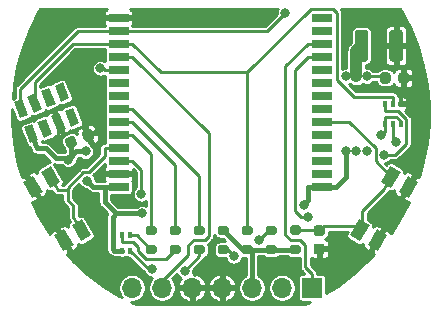
<source format=gbr>
G04 #@! TF.GenerationSoftware,KiCad,Pcbnew,(5.1.10)-1*
G04 #@! TF.CreationDate,2021-09-02T18:37:34+02:00*
G04 #@! TF.ProjectId,nrf52-sensor-tag,6e726635-322d-4736-956e-736f722d7461,rev?*
G04 #@! TF.SameCoordinates,Original*
G04 #@! TF.FileFunction,Copper,L1,Top*
G04 #@! TF.FilePolarity,Positive*
%FSLAX46Y46*%
G04 Gerber Fmt 4.6, Leading zero omitted, Abs format (unit mm)*
G04 Created by KiCad (PCBNEW (5.1.10)-1) date 2021-09-02 18:37:34*
%MOMM*%
%LPD*%
G01*
G04 APERTURE LIST*
G04 #@! TA.AperFunction,SMDPad,CuDef*
%ADD10R,0.400000X0.500000*%
G04 #@! TD*
G04 #@! TA.AperFunction,SMDPad,CuDef*
%ADD11R,1.700000X0.800000*%
G04 #@! TD*
G04 #@! TA.AperFunction,SMDPad,CuDef*
%ADD12C,0.100000*%
G04 #@! TD*
G04 #@! TA.AperFunction,SMDPad,CuDef*
%ADD13R,0.300000X0.550000*%
G04 #@! TD*
G04 #@! TA.AperFunction,ComponentPad*
%ADD14O,1.700000X1.700000*%
G04 #@! TD*
G04 #@! TA.AperFunction,ComponentPad*
%ADD15R,1.700000X1.700000*%
G04 #@! TD*
G04 #@! TA.AperFunction,ViaPad*
%ADD16C,0.800000*%
G04 #@! TD*
G04 #@! TA.AperFunction,Conductor*
%ADD17C,0.250000*%
G04 #@! TD*
G04 #@! TA.AperFunction,Conductor*
%ADD18C,0.400000*%
G04 #@! TD*
G04 #@! TA.AperFunction,Conductor*
%ADD19C,1.000000*%
G04 #@! TD*
G04 #@! TA.AperFunction,Conductor*
%ADD20C,0.254000*%
G04 #@! TD*
G04 #@! TA.AperFunction,Conductor*
%ADD21C,0.100000*%
G04 #@! TD*
G04 APERTURE END LIST*
G04 #@! TA.AperFunction,SMDPad,CuDef*
G36*
G01*
X136066100Y-59964501D02*
X136066100Y-57764499D01*
G75*
G02*
X136316099Y-57514500I249999J0D01*
G01*
X136966101Y-57514500D01*
G75*
G02*
X137216100Y-57764499I0J-249999D01*
G01*
X137216100Y-59964501D01*
G75*
G02*
X136966101Y-60214500I-249999J0D01*
G01*
X136316099Y-60214500D01*
G75*
G02*
X136066100Y-59964501I0J249999D01*
G01*
G37*
G04 #@! TD.AperFunction*
G04 #@! TA.AperFunction,SMDPad,CuDef*
G36*
G01*
X133116100Y-59964501D02*
X133116100Y-57764499D01*
G75*
G02*
X133366099Y-57514500I249999J0D01*
G01*
X134016101Y-57514500D01*
G75*
G02*
X134266100Y-57764499I0J-249999D01*
G01*
X134266100Y-59964501D01*
G75*
G02*
X134016101Y-60214500I-249999J0D01*
G01*
X133366099Y-60214500D01*
G75*
G02*
X133116100Y-59964501I0J249999D01*
G01*
G37*
G04 #@! TD.AperFunction*
G04 #@! TA.AperFunction,SMDPad,CuDef*
G36*
G01*
X115620000Y-75736000D02*
X116170000Y-75736000D01*
G75*
G02*
X116370000Y-75936000I0J-200000D01*
G01*
X116370000Y-76336000D01*
G75*
G02*
X116170000Y-76536000I-200000J0D01*
G01*
X115620000Y-76536000D01*
G75*
G02*
X115420000Y-76336000I0J200000D01*
G01*
X115420000Y-75936000D01*
G75*
G02*
X115620000Y-75736000I200000J0D01*
G01*
G37*
G04 #@! TD.AperFunction*
G04 #@! TA.AperFunction,SMDPad,CuDef*
G36*
G01*
X115620000Y-74086000D02*
X116170000Y-74086000D01*
G75*
G02*
X116370000Y-74286000I0J-200000D01*
G01*
X116370000Y-74686000D01*
G75*
G02*
X116170000Y-74886000I-200000J0D01*
G01*
X115620000Y-74886000D01*
G75*
G02*
X115420000Y-74686000I0J200000D01*
G01*
X115420000Y-74286000D01*
G75*
G02*
X115620000Y-74086000I200000J0D01*
G01*
G37*
G04 #@! TD.AperFunction*
G04 #@! TA.AperFunction,SMDPad,CuDef*
G36*
G01*
X117653000Y-75736000D02*
X118203000Y-75736000D01*
G75*
G02*
X118403000Y-75936000I0J-200000D01*
G01*
X118403000Y-76336000D01*
G75*
G02*
X118203000Y-76536000I-200000J0D01*
G01*
X117653000Y-76536000D01*
G75*
G02*
X117453000Y-76336000I0J200000D01*
G01*
X117453000Y-75936000D01*
G75*
G02*
X117653000Y-75736000I200000J0D01*
G01*
G37*
G04 #@! TD.AperFunction*
G04 #@! TA.AperFunction,SMDPad,CuDef*
G36*
G01*
X117653000Y-74086000D02*
X118203000Y-74086000D01*
G75*
G02*
X118403000Y-74286000I0J-200000D01*
G01*
X118403000Y-74686000D01*
G75*
G02*
X118203000Y-74886000I-200000J0D01*
G01*
X117653000Y-74886000D01*
G75*
G02*
X117453000Y-74686000I0J200000D01*
G01*
X117453000Y-74286000D01*
G75*
G02*
X117653000Y-74086000I200000J0D01*
G01*
G37*
G04 #@! TD.AperFunction*
G04 #@! TA.AperFunction,SMDPad,CuDef*
G36*
G01*
X120235000Y-74886000D02*
X119685000Y-74886000D01*
G75*
G02*
X119485000Y-74686000I0J200000D01*
G01*
X119485000Y-74286000D01*
G75*
G02*
X119685000Y-74086000I200000J0D01*
G01*
X120235000Y-74086000D01*
G75*
G02*
X120435000Y-74286000I0J-200000D01*
G01*
X120435000Y-74686000D01*
G75*
G02*
X120235000Y-74886000I-200000J0D01*
G01*
G37*
G04 #@! TD.AperFunction*
G04 #@! TA.AperFunction,SMDPad,CuDef*
G36*
G01*
X120235000Y-76536000D02*
X119685000Y-76536000D01*
G75*
G02*
X119485000Y-76336000I0J200000D01*
G01*
X119485000Y-75936000D01*
G75*
G02*
X119685000Y-75736000I200000J0D01*
G01*
X120235000Y-75736000D01*
G75*
G02*
X120435000Y-75936000I0J-200000D01*
G01*
X120435000Y-76336000D01*
G75*
G02*
X120235000Y-76536000I-200000J0D01*
G01*
G37*
G04 #@! TD.AperFunction*
D10*
X113417000Y-74915000D03*
X114117000Y-74915000D03*
X114117000Y-76215000D03*
X113417000Y-76215000D03*
D11*
X130340000Y-70815000D03*
X130340000Y-69715000D03*
X130340000Y-68615000D03*
X130340000Y-67515000D03*
X130340000Y-66415000D03*
X130340000Y-65315000D03*
X130340000Y-64215000D03*
X130340000Y-63115000D03*
X130340000Y-62015000D03*
X130340000Y-60915000D03*
X130340000Y-59815000D03*
X130340000Y-58715000D03*
X130340000Y-57615000D03*
X130340000Y-56515000D03*
X113140000Y-70815000D03*
X113140000Y-69715000D03*
X113140000Y-68615000D03*
X113140000Y-67515000D03*
X113140000Y-66415000D03*
X113140000Y-65315000D03*
X113140000Y-64215000D03*
X113140000Y-63115000D03*
X113140000Y-62015000D03*
X113140000Y-60915000D03*
X113140000Y-59815000D03*
X113140000Y-58715000D03*
X113140000Y-57615000D03*
X113140000Y-56515000D03*
G04 #@! TA.AperFunction,SMDPad,CuDef*
D12*
G36*
X104942837Y-63369440D02*
G01*
X105486017Y-64713857D01*
X104790629Y-64994812D01*
X104247449Y-63650395D01*
X104942837Y-63369440D01*
G37*
G04 #@! TD.AperFunction*
G04 #@! TA.AperFunction,SMDPad,CuDef*
G36*
X106101817Y-62901182D02*
G01*
X106644997Y-64245599D01*
X105949609Y-64526554D01*
X105406429Y-63182137D01*
X106101817Y-62901182D01*
G37*
G04 #@! TD.AperFunction*
G04 #@! TA.AperFunction,SMDPad,CuDef*
G36*
X107260796Y-62432923D02*
G01*
X107803976Y-63777340D01*
X107108588Y-64058295D01*
X106565408Y-62713878D01*
X107260796Y-62432923D01*
G37*
G04 #@! TD.AperFunction*
G04 #@! TA.AperFunction,SMDPad,CuDef*
G36*
X108419776Y-61964665D02*
G01*
X108962956Y-63309082D01*
X108267568Y-63590037D01*
X107724388Y-62245620D01*
X108419776Y-61964665D01*
G37*
G04 #@! TD.AperFunction*
G04 #@! TA.AperFunction,SMDPad,CuDef*
G36*
X109281371Y-64097188D02*
G01*
X109824551Y-65441605D01*
X109129163Y-65722560D01*
X108585983Y-64378143D01*
X109281371Y-64097188D01*
G37*
G04 #@! TD.AperFunction*
G04 #@! TA.AperFunction,SMDPad,CuDef*
G36*
X108122391Y-64565446D02*
G01*
X108665571Y-65909863D01*
X107970183Y-66190818D01*
X107427003Y-64846401D01*
X108122391Y-64565446D01*
G37*
G04 #@! TD.AperFunction*
G04 #@! TA.AperFunction,SMDPad,CuDef*
G36*
X106963412Y-65033705D02*
G01*
X107506592Y-66378122D01*
X106811204Y-66659077D01*
X106268024Y-65314660D01*
X106963412Y-65033705D01*
G37*
G04 #@! TD.AperFunction*
G04 #@! TA.AperFunction,SMDPad,CuDef*
G36*
X105804432Y-65501963D02*
G01*
X106347612Y-66846380D01*
X105652224Y-67127335D01*
X105109044Y-65782918D01*
X105804432Y-65501963D01*
G37*
G04 #@! TD.AperFunction*
D13*
X137023000Y-65518000D03*
X136373000Y-65518000D03*
X135723000Y-65518000D03*
X135723000Y-63768000D03*
X136373000Y-63768000D03*
X137023000Y-63768000D03*
G04 #@! TA.AperFunction,SMDPad,CuDef*
G36*
G01*
X136825000Y-61845000D02*
X136825000Y-61345000D01*
G75*
G02*
X137050000Y-61120000I225000J0D01*
G01*
X137500000Y-61120000D01*
G75*
G02*
X137725000Y-61345000I0J-225000D01*
G01*
X137725000Y-61845000D01*
G75*
G02*
X137500000Y-62070000I-225000J0D01*
G01*
X137050000Y-62070000D01*
G75*
G02*
X136825000Y-61845000I0J225000D01*
G01*
G37*
G04 #@! TD.AperFunction*
G04 #@! TA.AperFunction,SMDPad,CuDef*
G36*
G01*
X135275000Y-61845000D02*
X135275000Y-61345000D01*
G75*
G02*
X135500000Y-61120000I225000J0D01*
G01*
X135950000Y-61120000D01*
G75*
G02*
X136175000Y-61345000I0J-225000D01*
G01*
X136175000Y-61845000D01*
G75*
G02*
X135950000Y-62070000I-225000J0D01*
G01*
X135500000Y-62070000D01*
G75*
G02*
X135275000Y-61845000I0J225000D01*
G01*
G37*
G04 #@! TD.AperFunction*
G04 #@! TA.AperFunction,SMDPad,CuDef*
G36*
G01*
X110224986Y-66848548D02*
X110037683Y-66384957D01*
G75*
G02*
X110162013Y-66092055I208616J84286D01*
G01*
X110579246Y-65923482D01*
G75*
G02*
X110872148Y-66047812I84286J-208616D01*
G01*
X111059451Y-66511403D01*
G75*
G02*
X110935121Y-66804305I-208616J-84286D01*
G01*
X110517888Y-66972878D01*
G75*
G02*
X110224986Y-66848548I-84286J208616D01*
G01*
G37*
G04 #@! TD.AperFunction*
G04 #@! TA.AperFunction,SMDPad,CuDef*
G36*
G01*
X108787852Y-67429188D02*
X108600549Y-66965597D01*
G75*
G02*
X108724879Y-66672695I208616J84286D01*
G01*
X109142112Y-66504122D01*
G75*
G02*
X109435014Y-66628452I84286J-208616D01*
G01*
X109622317Y-67092043D01*
G75*
G02*
X109497987Y-67384945I-208616J-84286D01*
G01*
X109080754Y-67553518D01*
G75*
G02*
X108787852Y-67429188I-84286J208616D01*
G01*
G37*
G04 #@! TD.AperFunction*
D14*
X114275000Y-79362300D03*
X116815000Y-79362300D03*
X119355000Y-79362300D03*
X121895000Y-79362300D03*
X124435000Y-79362300D03*
X126975000Y-79362300D03*
D15*
X129515000Y-79362300D03*
G04 #@! TA.AperFunction,SMDPad,CuDef*
G36*
G01*
X128366000Y-74873300D02*
X127816000Y-74873300D01*
G75*
G02*
X127616000Y-74673300I0J200000D01*
G01*
X127616000Y-74273300D01*
G75*
G02*
X127816000Y-74073300I200000J0D01*
G01*
X128366000Y-74073300D01*
G75*
G02*
X128566000Y-74273300I0J-200000D01*
G01*
X128566000Y-74673300D01*
G75*
G02*
X128366000Y-74873300I-200000J0D01*
G01*
G37*
G04 #@! TD.AperFunction*
G04 #@! TA.AperFunction,SMDPad,CuDef*
G36*
G01*
X128366000Y-76523300D02*
X127816000Y-76523300D01*
G75*
G02*
X127616000Y-76323300I0J200000D01*
G01*
X127616000Y-75923300D01*
G75*
G02*
X127816000Y-75723300I200000J0D01*
G01*
X128366000Y-75723300D01*
G75*
G02*
X128566000Y-75923300I0J-200000D01*
G01*
X128566000Y-76323300D01*
G75*
G02*
X128366000Y-76523300I-200000J0D01*
G01*
G37*
G04 #@! TD.AperFunction*
G04 #@! TA.AperFunction,SMDPad,CuDef*
G36*
G01*
X121718000Y-74086000D02*
X122268000Y-74086000D01*
G75*
G02*
X122468000Y-74286000I0J-200000D01*
G01*
X122468000Y-74686000D01*
G75*
G02*
X122268000Y-74886000I-200000J0D01*
G01*
X121718000Y-74886000D01*
G75*
G02*
X121518000Y-74686000I0J200000D01*
G01*
X121518000Y-74286000D01*
G75*
G02*
X121718000Y-74086000I200000J0D01*
G01*
G37*
G04 #@! TD.AperFunction*
G04 #@! TA.AperFunction,SMDPad,CuDef*
G36*
G01*
X121718000Y-75736000D02*
X122268000Y-75736000D01*
G75*
G02*
X122468000Y-75936000I0J-200000D01*
G01*
X122468000Y-76336000D01*
G75*
G02*
X122268000Y-76536000I-200000J0D01*
G01*
X121718000Y-76536000D01*
G75*
G02*
X121518000Y-76336000I0J200000D01*
G01*
X121518000Y-75936000D01*
G75*
G02*
X121718000Y-75736000I200000J0D01*
G01*
G37*
G04 #@! TD.AperFunction*
G04 #@! TA.AperFunction,SMDPad,CuDef*
G36*
G01*
X124301000Y-74886000D02*
X123751000Y-74886000D01*
G75*
G02*
X123551000Y-74686000I0J200000D01*
G01*
X123551000Y-74286000D01*
G75*
G02*
X123751000Y-74086000I200000J0D01*
G01*
X124301000Y-74086000D01*
G75*
G02*
X124501000Y-74286000I0J-200000D01*
G01*
X124501000Y-74686000D01*
G75*
G02*
X124301000Y-74886000I-200000J0D01*
G01*
G37*
G04 #@! TD.AperFunction*
G04 #@! TA.AperFunction,SMDPad,CuDef*
G36*
G01*
X124301000Y-76536000D02*
X123751000Y-76536000D01*
G75*
G02*
X123551000Y-76336000I0J200000D01*
G01*
X123551000Y-75936000D01*
G75*
G02*
X123751000Y-75736000I200000J0D01*
G01*
X124301000Y-75736000D01*
G75*
G02*
X124501000Y-75936000I0J-200000D01*
G01*
X124501000Y-76336000D01*
G75*
G02*
X124301000Y-76536000I-200000J0D01*
G01*
G37*
G04 #@! TD.AperFunction*
G04 #@! TA.AperFunction,SMDPad,CuDef*
G36*
G01*
X126333000Y-74886000D02*
X125783000Y-74886000D01*
G75*
G02*
X125583000Y-74686000I0J200000D01*
G01*
X125583000Y-74286000D01*
G75*
G02*
X125783000Y-74086000I200000J0D01*
G01*
X126333000Y-74086000D01*
G75*
G02*
X126533000Y-74286000I0J-200000D01*
G01*
X126533000Y-74686000D01*
G75*
G02*
X126333000Y-74886000I-200000J0D01*
G01*
G37*
G04 #@! TD.AperFunction*
G04 #@! TA.AperFunction,SMDPad,CuDef*
G36*
G01*
X126333000Y-76536000D02*
X125783000Y-76536000D01*
G75*
G02*
X125583000Y-76336000I0J200000D01*
G01*
X125583000Y-75936000D01*
G75*
G02*
X125783000Y-75736000I200000J0D01*
G01*
X126333000Y-75736000D01*
G75*
G02*
X126533000Y-75936000I0J-200000D01*
G01*
X126533000Y-76336000D01*
G75*
G02*
X126333000Y-76536000I-200000J0D01*
G01*
G37*
G04 #@! TD.AperFunction*
G04 #@! TA.AperFunction,SMDPad,CuDef*
D12*
G36*
X105830865Y-71716853D02*
G01*
X105055865Y-70374513D01*
X105921891Y-69874513D01*
X106696891Y-71216853D01*
X105830865Y-71716853D01*
G37*
G04 #@! TD.AperFunction*
G04 #@! TA.AperFunction,SMDPad,CuDef*
G36*
X107303109Y-70866853D02*
G01*
X106528109Y-69524513D01*
X107394135Y-69024513D01*
X108169135Y-70366853D01*
X107303109Y-70866853D01*
G37*
G04 #@! TD.AperFunction*
G04 #@! TA.AperFunction,SMDPad,CuDef*
G36*
X108455865Y-76263487D02*
G01*
X107680865Y-74921147D01*
X108546891Y-74421147D01*
X109321891Y-75763487D01*
X108455865Y-76263487D01*
G37*
G04 #@! TD.AperFunction*
G04 #@! TA.AperFunction,SMDPad,CuDef*
G36*
X109928109Y-75413487D02*
G01*
X109153109Y-74071147D01*
X110019135Y-73571147D01*
X110794135Y-74913487D01*
X109928109Y-75413487D01*
G37*
G04 #@! TD.AperFunction*
G04 #@! TA.AperFunction,SMDPad,CuDef*
G36*
X135855135Y-74921147D02*
G01*
X135080135Y-76263487D01*
X134214109Y-75763487D01*
X134989109Y-74421147D01*
X135855135Y-74921147D01*
G37*
G04 #@! TD.AperFunction*
G04 #@! TA.AperFunction,SMDPad,CuDef*
G36*
X134382891Y-74071147D02*
G01*
X133607891Y-75413487D01*
X132741865Y-74913487D01*
X133516865Y-73571147D01*
X134382891Y-74071147D01*
G37*
G04 #@! TD.AperFunction*
G04 #@! TA.AperFunction,SMDPad,CuDef*
G36*
X138480135Y-70374513D02*
G01*
X137705135Y-71716853D01*
X136839109Y-71216853D01*
X137614109Y-69874513D01*
X138480135Y-70374513D01*
G37*
G04 #@! TD.AperFunction*
G04 #@! TA.AperFunction,SMDPad,CuDef*
G36*
X137007891Y-69524513D02*
G01*
X136232891Y-70866853D01*
X135366865Y-70366853D01*
X136141865Y-69024513D01*
X137007891Y-69524513D01*
G37*
G04 #@! TD.AperFunction*
G04 #@! TA.AperFunction,SMDPad,CuDef*
G36*
G01*
X129874000Y-75623300D02*
X130374000Y-75623300D01*
G75*
G02*
X130599000Y-75848300I0J-225000D01*
G01*
X130599000Y-76298300D01*
G75*
G02*
X130374000Y-76523300I-225000J0D01*
G01*
X129874000Y-76523300D01*
G75*
G02*
X129649000Y-76298300I0J225000D01*
G01*
X129649000Y-75848300D01*
G75*
G02*
X129874000Y-75623300I225000J0D01*
G01*
G37*
G04 #@! TD.AperFunction*
G04 #@! TA.AperFunction,SMDPad,CuDef*
G36*
G01*
X129874000Y-74073300D02*
X130374000Y-74073300D01*
G75*
G02*
X130599000Y-74298300I0J-225000D01*
G01*
X130599000Y-74748300D01*
G75*
G02*
X130374000Y-74973300I-225000J0D01*
G01*
X129874000Y-74973300D01*
G75*
G02*
X129649000Y-74748300I0J225000D01*
G01*
X129649000Y-74298300D01*
G75*
G02*
X129874000Y-74073300I225000J0D01*
G01*
G37*
G04 #@! TD.AperFunction*
D16*
X114846000Y-56578500D03*
X107861000Y-67056000D03*
X111735000Y-69723000D03*
X131229100Y-78994000D03*
X132118100Y-78359000D03*
X133070600Y-77660500D03*
X133896100Y-76835000D03*
X112496600Y-79121000D03*
X111544100Y-78486000D03*
X110655100Y-77724000D03*
X109766100Y-76898500D03*
X138404600Y-69088000D03*
X138658600Y-68008500D03*
X138849100Y-66929000D03*
X105130600Y-69151500D03*
X104876600Y-68072000D03*
X104622600Y-66929000D03*
X136690100Y-56197500D03*
X135674100Y-56197500D03*
X134594600Y-56197500D03*
X133515100Y-56197500D03*
X132499100Y-56197500D03*
X106718100Y-56197500D03*
X107734100Y-56197500D03*
X108813600Y-56197500D03*
X109829600Y-56197500D03*
X110909100Y-56197500D03*
X129133600Y-73324900D03*
X127253100Y-56064600D03*
X125004200Y-75316900D03*
X136607100Y-67012800D03*
X110338000Y-67818000D03*
X115138900Y-73068100D03*
X128803200Y-72319500D03*
X135322300Y-66438100D03*
X108879500Y-68511000D03*
X110465400Y-70301700D03*
X133261000Y-67818000D03*
X134150000Y-61468000D03*
X133261000Y-61468000D03*
X132372000Y-61468000D03*
X134150000Y-67818000D03*
X132372000Y-67818000D03*
X111588900Y-60765000D03*
X135637700Y-68076800D03*
X115044400Y-71415800D03*
X122897100Y-76669990D03*
X118724253Y-77919153D03*
X115989100Y-77787500D03*
D17*
X113140000Y-56515000D02*
X114783000Y-56515000D01*
X114783000Y-56515000D02*
X114846000Y-56578500D01*
X108046000Y-65378100D02*
X108046000Y-66870800D01*
X108046000Y-66870800D02*
X107861000Y-67056000D01*
X113140000Y-69715000D02*
X111743000Y-69715000D01*
X111743000Y-69715000D02*
X111735000Y-69723000D01*
X130340000Y-58715000D02*
X129164700Y-58715000D01*
X129515000Y-79362300D02*
X129515000Y-78187000D01*
X129515000Y-78187000D02*
X128945600Y-77617600D01*
X128945600Y-77617600D02*
X128945600Y-75753700D01*
X128945600Y-75753700D02*
X128490200Y-75298300D01*
X128490200Y-75298300D02*
X127694700Y-75298300D01*
X127694700Y-75298300D02*
X127263200Y-74866800D01*
X127263200Y-74866800D02*
X127263200Y-60616500D01*
X127263200Y-60616500D02*
X129164700Y-58715000D01*
X109280600Y-58715000D02*
X113140000Y-58715000D01*
X106025700Y-61969900D02*
X109280600Y-58715000D01*
X106025700Y-63713900D02*
X106025700Y-61969900D01*
X124026000Y-61113200D02*
X124026000Y-74486000D01*
X124052900Y-61086300D02*
X124026000Y-61113200D01*
X136373000Y-63167700D02*
X136373000Y-63768000D01*
X133045300Y-63167700D02*
X136373000Y-63167700D01*
X131618400Y-61740800D02*
X133045300Y-63167700D01*
X131618400Y-56082400D02*
X131618400Y-61740800D01*
X131270800Y-55734800D02*
X131618400Y-56082400D01*
X129404400Y-55734800D02*
X131270800Y-55734800D01*
X124026000Y-61113200D02*
X129404400Y-55734800D01*
X116713500Y-61113200D02*
X124026000Y-61113200D01*
X114315300Y-58715000D02*
X116713500Y-61113200D01*
X113140000Y-58715000D02*
X114315300Y-58715000D01*
X128567915Y-73324900D02*
X129133600Y-73324900D01*
X129164700Y-59815000D02*
X128077900Y-60901800D01*
X128077900Y-72834885D02*
X128567915Y-73324900D01*
X130340000Y-59815000D02*
X129164700Y-59815000D01*
X128077900Y-60901800D02*
X128077900Y-72834885D01*
X127253100Y-56064600D02*
X125702700Y-57615000D01*
X125702700Y-57615000D02*
X113140000Y-57615000D01*
X125004200Y-75316900D02*
X125835100Y-74486000D01*
X125835100Y-74486000D02*
X126058000Y-74486000D01*
X136373000Y-65518000D02*
X136373000Y-66778700D01*
X136373000Y-66778700D02*
X136607100Y-67012800D01*
X109698100Y-57615000D02*
X113140000Y-57615000D01*
X104813100Y-62500000D02*
X109698100Y-57615000D01*
X104813100Y-64128500D02*
X104813100Y-62500000D01*
X104866700Y-64182100D02*
X104813100Y-64128500D01*
X133762400Y-74145900D02*
X130501400Y-74145900D01*
X130501400Y-74145900D02*
X130124000Y-74523300D01*
X133562400Y-74492300D02*
X133762400Y-74145900D01*
X128091000Y-74473300D02*
X130074000Y-74473300D01*
X130074000Y-74473300D02*
X130124000Y-74523300D01*
X133769100Y-72847700D02*
X133769100Y-74139200D01*
X135526700Y-71090100D02*
X133769100Y-72847700D01*
X136187400Y-69945700D02*
X135526700Y-71090100D01*
X134893800Y-68652100D02*
X136187400Y-69945700D01*
X134893800Y-67532200D02*
X134893800Y-68652100D01*
X133769100Y-74139200D02*
X133762400Y-74145900D01*
X132676600Y-65315000D02*
X134893800Y-67532200D01*
X130340000Y-65315000D02*
X132676600Y-65315000D01*
D18*
X115138900Y-73068100D02*
X112933400Y-73068100D01*
D17*
X134150000Y-61468000D02*
X135598000Y-61468000D01*
X135598000Y-61468000D02*
X135725000Y-61595000D01*
D18*
X130340000Y-70815000D02*
X131515300Y-70815000D01*
X132372000Y-67818000D02*
X132372000Y-69958300D01*
X132372000Y-69958300D02*
X131515300Y-70815000D01*
X130340000Y-70815000D02*
X129164700Y-70815000D01*
X129164700Y-70815000D02*
X129164700Y-71958000D01*
X129164700Y-71958000D02*
X128803200Y-72319500D01*
D17*
X135723000Y-66118300D02*
X135403200Y-66438100D01*
X135403200Y-66438100D02*
X135322300Y-66438100D01*
X135723000Y-65518000D02*
X135723000Y-66118300D01*
D18*
X108879500Y-68395000D02*
X107808700Y-68395000D01*
X107808700Y-68395000D02*
X106964400Y-67550700D01*
X106964400Y-67550700D02*
X106227700Y-67550700D01*
X109111400Y-67028800D02*
X109111400Y-68163100D01*
X109111400Y-68163100D02*
X108879500Y-68395000D01*
X108879500Y-68511000D02*
X108879500Y-68395000D01*
X105728300Y-66314600D02*
X106227700Y-67550700D01*
X126058000Y-76136000D02*
X128078300Y-76136000D01*
X128078300Y-76136000D02*
X128091000Y-76123300D01*
X124435000Y-76136000D02*
X124026000Y-76136000D01*
X126058000Y-76136000D02*
X124435000Y-76136000D01*
X124435000Y-76136000D02*
X124435000Y-78187000D01*
X124435000Y-79362300D02*
X124435000Y-78187000D01*
X111964700Y-70815000D02*
X110978700Y-70815000D01*
X110978700Y-70815000D02*
X110465400Y-70301700D01*
X113140000Y-70815000D02*
X111964700Y-70815000D01*
D17*
X135723000Y-65518000D02*
X135723000Y-64917700D01*
X135723000Y-64917700D02*
X136662200Y-64917700D01*
X136662200Y-64917700D02*
X137023000Y-65278500D01*
X137023000Y-65278500D02*
X137023000Y-65518000D01*
D18*
X121993000Y-74486000D02*
X123643000Y-76136000D01*
X123643000Y-76136000D02*
X124026000Y-76136000D01*
X109572500Y-67818000D02*
X108879500Y-68511000D01*
X110338000Y-67818000D02*
X109572500Y-67818000D01*
D19*
X133261000Y-59294600D02*
X133691100Y-58864500D01*
X133261000Y-61468000D02*
X133261000Y-59294600D01*
D18*
X112920700Y-73068100D02*
X112933400Y-73068100D01*
X111964700Y-72112100D02*
X112920700Y-73068100D01*
X111964700Y-70815000D02*
X111964700Y-72112100D01*
X112765600Y-76215000D02*
X113417000Y-76215000D01*
X112623600Y-76073000D02*
X112765600Y-76215000D01*
X112623600Y-73342500D02*
X112623600Y-76073000D01*
X112941100Y-73025000D02*
X112623600Y-73342500D01*
D17*
X108840200Y-71090100D02*
X108840200Y-71921000D01*
X108840200Y-71921000D02*
X109312900Y-72393700D01*
X109312900Y-72393700D02*
X109312900Y-73347900D01*
X111964700Y-67515000D02*
X111964700Y-68203100D01*
X111964700Y-68203100D02*
X110591400Y-69576400D01*
X110591400Y-69576400D02*
X110165000Y-69576400D01*
X110165000Y-69576400D02*
X108840200Y-70901200D01*
X108840200Y-70901200D02*
X108840200Y-71090100D01*
X108840200Y-71090100D02*
X108009300Y-71090100D01*
X113140000Y-67515000D02*
X111964700Y-67515000D01*
X107348600Y-69945700D02*
X108009300Y-71090100D01*
X109973600Y-74492300D02*
X109312900Y-73347900D01*
X113140000Y-60915000D02*
X111964700Y-60915000D01*
X111588900Y-60765000D02*
X111814700Y-60765000D01*
X111814700Y-60765000D02*
X111964700Y-60915000D01*
X114315300Y-59815000D02*
X113140000Y-59815000D01*
X120780000Y-66279700D02*
X114315300Y-59815000D01*
X120780000Y-74983600D02*
X120780000Y-66279700D01*
X119042800Y-75773900D02*
X119505700Y-75311000D01*
X119042800Y-76575300D02*
X119042800Y-75773900D01*
X116815000Y-78803100D02*
X119042800Y-76575300D01*
X116815000Y-79362300D02*
X116815000Y-78803100D01*
X120452600Y-75311000D02*
X120780000Y-74983600D01*
X119505700Y-75311000D02*
X120452600Y-75311000D01*
X135637700Y-68076800D02*
X136568900Y-68076800D01*
X136568900Y-68076800D02*
X137498400Y-67147300D01*
X137498400Y-67147300D02*
X137498400Y-65107600D01*
X137498400Y-65107600D02*
X136759100Y-64368300D01*
X136759100Y-64368300D02*
X135723000Y-64368300D01*
X135723000Y-63768000D02*
X135723000Y-64368300D01*
X113140000Y-68615000D02*
X114315300Y-68615000D01*
X115044400Y-71415800D02*
X115044400Y-69344100D01*
X115044400Y-69344100D02*
X114315300Y-68615000D01*
X121993000Y-76136000D02*
X122363110Y-76136000D01*
X122363110Y-76136000D02*
X122897100Y-76669990D01*
X113417000Y-74915000D02*
X113417000Y-75472524D01*
X113417000Y-75472524D02*
X113434776Y-75490300D01*
X113434776Y-75490300D02*
X114321900Y-75490300D01*
X114761700Y-76220700D02*
X115449900Y-76908900D01*
X114321900Y-75490300D02*
X114761700Y-75930100D01*
X114761700Y-75930100D02*
X114761700Y-76220700D01*
X115449900Y-76908900D02*
X117155100Y-76908900D01*
X117155100Y-76908900D02*
X117928000Y-76136000D01*
X114117000Y-74915000D02*
X114674000Y-74915000D01*
X114674000Y-74915000D02*
X115895000Y-76136000D01*
X119960000Y-76683406D02*
X118724253Y-77919153D01*
X119960000Y-76136000D02*
X119960000Y-76683406D01*
X115689500Y-77787500D02*
X114117000Y-76215000D01*
X115989100Y-77787500D02*
X115689500Y-77787500D01*
X113140000Y-64215000D02*
X114315300Y-64215000D01*
X114315300Y-64215000D02*
X119960000Y-69859700D01*
X119960000Y-69859700D02*
X119960000Y-74486000D01*
X113140000Y-65315000D02*
X114315300Y-65315000D01*
X117928000Y-74486000D02*
X117928000Y-68927700D01*
X117928000Y-68927700D02*
X114315300Y-65315000D01*
X113140000Y-66415000D02*
X114315300Y-66415000D01*
X114315300Y-66415000D02*
X115895000Y-67994700D01*
X115895000Y-67994700D02*
X115895000Y-74486000D01*
D20*
X111967732Y-59179103D02*
X111986430Y-59240743D01*
X111999396Y-59265000D01*
X111986430Y-59289257D01*
X111967732Y-59350897D01*
X111961418Y-59415000D01*
X111961418Y-60139553D01*
X111933264Y-60120741D01*
X111800958Y-60065938D01*
X111660503Y-60038000D01*
X111517297Y-60038000D01*
X111376842Y-60065938D01*
X111244536Y-60120741D01*
X111125464Y-60200302D01*
X111024202Y-60301564D01*
X110944641Y-60420636D01*
X110889838Y-60552942D01*
X110861900Y-60693397D01*
X110861900Y-60836603D01*
X110889838Y-60977058D01*
X110944641Y-61109364D01*
X111024202Y-61228436D01*
X111125464Y-61329698D01*
X111244536Y-61409259D01*
X111376842Y-61464062D01*
X111517297Y-61492000D01*
X111660503Y-61492000D01*
X111800958Y-61464062D01*
X111933264Y-61409259D01*
X111969529Y-61385028D01*
X111986430Y-61440743D01*
X111999396Y-61465000D01*
X111986430Y-61489257D01*
X111967732Y-61550897D01*
X111961418Y-61615000D01*
X111961418Y-62415000D01*
X111967732Y-62479103D01*
X111986430Y-62540743D01*
X111999396Y-62565000D01*
X111986430Y-62589257D01*
X111967732Y-62650897D01*
X111961418Y-62715000D01*
X111961418Y-63515000D01*
X111967732Y-63579103D01*
X111986430Y-63640743D01*
X111999396Y-63665000D01*
X111986430Y-63689257D01*
X111967732Y-63750897D01*
X111961418Y-63815000D01*
X111961418Y-64615000D01*
X111967732Y-64679103D01*
X111986430Y-64740743D01*
X111999396Y-64765000D01*
X111986430Y-64789257D01*
X111967732Y-64850897D01*
X111961418Y-64915000D01*
X111961418Y-65715000D01*
X111967732Y-65779103D01*
X111986430Y-65840743D01*
X111999396Y-65865000D01*
X111986430Y-65889257D01*
X111967732Y-65950897D01*
X111961418Y-66015000D01*
X111961418Y-66815000D01*
X111967732Y-66879103D01*
X111986430Y-66940743D01*
X111999396Y-66965000D01*
X111986430Y-66989257D01*
X111967732Y-67050897D01*
X111966736Y-67061013D01*
X111964700Y-67060813D01*
X111942495Y-67063000D01*
X111876093Y-67069540D01*
X111790890Y-67095386D01*
X111712367Y-67137357D01*
X111643541Y-67193841D01*
X111587057Y-67262667D01*
X111545086Y-67341190D01*
X111519240Y-67426393D01*
X111510513Y-67515000D01*
X111512700Y-67537206D01*
X111512701Y-68015874D01*
X110404177Y-69124400D01*
X110187204Y-69124400D01*
X110164999Y-69122213D01*
X110076392Y-69130940D01*
X109996224Y-69155259D01*
X109991190Y-69156786D01*
X109912667Y-69198757D01*
X109843841Y-69255241D01*
X109829685Y-69272490D01*
X108536300Y-70565877D01*
X108519041Y-70580041D01*
X108471394Y-70638100D01*
X108352004Y-70638100D01*
X108385784Y-70613894D01*
X108429817Y-70566881D01*
X108463831Y-70512181D01*
X108486521Y-70451896D01*
X108497013Y-70388343D01*
X108494906Y-70323965D01*
X108480279Y-70261234D01*
X108453695Y-70202562D01*
X107710235Y-68914851D01*
X107808700Y-68924549D01*
X107834581Y-68922000D01*
X108279766Y-68922000D01*
X108314802Y-68974436D01*
X108416064Y-69075698D01*
X108535136Y-69155259D01*
X108667442Y-69210062D01*
X108807897Y-69238000D01*
X108951103Y-69238000D01*
X109091558Y-69210062D01*
X109223864Y-69155259D01*
X109342936Y-69075698D01*
X109444198Y-68974436D01*
X109523759Y-68855364D01*
X109578562Y-68723058D01*
X109606500Y-68582603D01*
X109606500Y-68529290D01*
X109790790Y-68345000D01*
X109836866Y-68345000D01*
X109874564Y-68382698D01*
X109993636Y-68462259D01*
X110125942Y-68517062D01*
X110266397Y-68545000D01*
X110409603Y-68545000D01*
X110550058Y-68517062D01*
X110682364Y-68462259D01*
X110801436Y-68382698D01*
X110902698Y-68281436D01*
X110982259Y-68162364D01*
X111037062Y-68030058D01*
X111065000Y-67889603D01*
X111065000Y-67746397D01*
X111037062Y-67605942D01*
X110982259Y-67473636D01*
X110902698Y-67354564D01*
X110801436Y-67253302D01*
X110713013Y-67194220D01*
X110478390Y-66613507D01*
X110459846Y-66620999D01*
X110418376Y-66518357D01*
X110713894Y-66518357D01*
X110951301Y-67105960D01*
X111075297Y-67158593D01*
X111287153Y-67074985D01*
X111353648Y-67040186D01*
X111412076Y-66993082D01*
X111460192Y-66935485D01*
X111496147Y-66869608D01*
X111518558Y-66797982D01*
X111526567Y-66723360D01*
X111519862Y-66648610D01*
X111498704Y-66576604D01*
X111402313Y-66342949D01*
X111278318Y-66290316D01*
X110713894Y-66518357D01*
X110418376Y-66518357D01*
X110364696Y-66385495D01*
X110383240Y-66378003D01*
X110145833Y-65790400D01*
X110021837Y-65737767D01*
X109809981Y-65821375D01*
X109743486Y-65856174D01*
X109685058Y-65903278D01*
X109636942Y-65960875D01*
X109600987Y-66026752D01*
X109578576Y-66098378D01*
X109570567Y-66173000D01*
X109577272Y-66247750D01*
X109592945Y-66301089D01*
X109537957Y-66255153D01*
X109442700Y-66203163D01*
X109339130Y-66170756D01*
X109231229Y-66159177D01*
X109123142Y-66168871D01*
X109019023Y-66199466D01*
X108601790Y-66368039D01*
X108505640Y-66418358D01*
X108421154Y-66486468D01*
X108351580Y-66569752D01*
X108299590Y-66665009D01*
X108267183Y-66768579D01*
X108255604Y-66876480D01*
X108265298Y-66984567D01*
X108295893Y-67088687D01*
X108483196Y-67552278D01*
X108533515Y-67648427D01*
X108584401Y-67711547D01*
X108584401Y-67846335D01*
X108535136Y-67866741D01*
X108533252Y-67868000D01*
X108026991Y-67868000D01*
X107355355Y-67196366D01*
X107338848Y-67176252D01*
X107258602Y-67110396D01*
X107167050Y-67061461D01*
X107067710Y-67031326D01*
X106990281Y-67023700D01*
X106964400Y-67021151D01*
X106938519Y-67023700D01*
X106623367Y-67023700D01*
X106650073Y-66974767D01*
X106658385Y-66948204D01*
X106682817Y-66961538D01*
X106744291Y-66980774D01*
X106808337Y-66987646D01*
X106872492Y-66981893D01*
X106934293Y-66963733D01*
X107629681Y-66682778D01*
X107686751Y-66652911D01*
X107736898Y-66612483D01*
X107778195Y-66563050D01*
X107796262Y-66529947D01*
X107820594Y-66543227D01*
X107892220Y-66565638D01*
X107966842Y-66573646D01*
X108041592Y-66566942D01*
X108113598Y-66545784D01*
X108254535Y-66486854D01*
X108307168Y-66362858D01*
X107976110Y-65543459D01*
X107957566Y-65550951D01*
X107862416Y-65315447D01*
X107880960Y-65307955D01*
X107549901Y-64488556D01*
X107425905Y-64435923D01*
X107283588Y-64491435D01*
X107217093Y-64526235D01*
X107158665Y-64573338D01*
X107110549Y-64630935D01*
X107074594Y-64696812D01*
X107066316Y-64723270D01*
X107030325Y-64712008D01*
X106966279Y-64705136D01*
X106902124Y-64710889D01*
X106840323Y-64729049D01*
X106144935Y-65010004D01*
X106087865Y-65039871D01*
X106037718Y-65080299D01*
X105996421Y-65129732D01*
X105965563Y-65186273D01*
X105957251Y-65212836D01*
X105932819Y-65199502D01*
X105871345Y-65180266D01*
X105807299Y-65173394D01*
X105743144Y-65179147D01*
X105681343Y-65197307D01*
X104985955Y-65478262D01*
X104928885Y-65508129D01*
X104878738Y-65548557D01*
X104837441Y-65597990D01*
X104806583Y-65654531D01*
X104787347Y-65716005D01*
X104780475Y-65780051D01*
X104786228Y-65844206D01*
X104804388Y-65906007D01*
X105347568Y-67250424D01*
X105377435Y-67307494D01*
X105417863Y-67357641D01*
X105467296Y-67398938D01*
X105523837Y-67429796D01*
X105585311Y-67449032D01*
X105619732Y-67452725D01*
X105730244Y-67726263D01*
X105738461Y-67753350D01*
X105761816Y-67797045D01*
X105784841Y-67841042D01*
X105786300Y-67842852D01*
X105787396Y-67844902D01*
X105818872Y-67883255D01*
X105849994Y-67921861D01*
X105851777Y-67923350D01*
X105853252Y-67925148D01*
X105891602Y-67956621D01*
X105929661Y-67988416D01*
X105931702Y-67989530D01*
X105933498Y-67991004D01*
X105977252Y-68014391D01*
X106020782Y-68038149D01*
X106022999Y-68038843D01*
X106025050Y-68039939D01*
X106072544Y-68054346D01*
X106119855Y-68069151D01*
X106122164Y-68069399D01*
X106124390Y-68070074D01*
X106173811Y-68074942D01*
X106223071Y-68080228D01*
X106251262Y-68077700D01*
X106746111Y-68077700D01*
X107366647Y-68698238D01*
X107351247Y-68698742D01*
X107288516Y-68713369D01*
X107229844Y-68739953D01*
X106363818Y-69239953D01*
X106311460Y-69277472D01*
X106267427Y-69324485D01*
X106233413Y-69379185D01*
X106210723Y-69439470D01*
X106200231Y-69503023D01*
X106202338Y-69567401D01*
X106216965Y-69630132D01*
X106219498Y-69635723D01*
X106209727Y-69622087D01*
X106154951Y-69570783D01*
X106091218Y-69531152D01*
X106020978Y-69504715D01*
X105946930Y-69492490D01*
X105871920Y-69494945D01*
X105798830Y-69511988D01*
X105730469Y-69542962D01*
X105490852Y-69683433D01*
X105455988Y-69813547D01*
X105922863Y-70622198D01*
X105940184Y-70612198D01*
X106067184Y-70832168D01*
X106049863Y-70842168D01*
X106516738Y-71650819D01*
X106646852Y-71685683D01*
X106888312Y-71548404D01*
X106949317Y-71504689D01*
X107000621Y-71449913D01*
X107040252Y-71386180D01*
X107066689Y-71315940D01*
X107078914Y-71241892D01*
X107076459Y-71166882D01*
X107059416Y-71093792D01*
X107052494Y-71078514D01*
X107056068Y-71083502D01*
X107103081Y-71127535D01*
X107157781Y-71161549D01*
X107218066Y-71184239D01*
X107281619Y-71194731D01*
X107345997Y-71192624D01*
X107408728Y-71177997D01*
X107467400Y-71151413D01*
X107508933Y-71127434D01*
X107614156Y-71309690D01*
X107631657Y-71342433D01*
X107650511Y-71365407D01*
X107667819Y-71389561D01*
X107678690Y-71399743D01*
X107688141Y-71411259D01*
X107711120Y-71430117D01*
X107732803Y-71450426D01*
X107745448Y-71458289D01*
X107756967Y-71467743D01*
X107783180Y-71481754D01*
X107808412Y-71497445D01*
X107822353Y-71502692D01*
X107835490Y-71509714D01*
X107863928Y-71518341D01*
X107891741Y-71528809D01*
X107906437Y-71531236D01*
X107920693Y-71535560D01*
X107950269Y-71538473D01*
X107979588Y-71543314D01*
X108016674Y-71542100D01*
X108388201Y-71542100D01*
X108388201Y-71898785D01*
X108386013Y-71921000D01*
X108394740Y-72009607D01*
X108420586Y-72094809D01*
X108446238Y-72142800D01*
X108462558Y-72173333D01*
X108519042Y-72242159D01*
X108536296Y-72256319D01*
X108860900Y-72580924D01*
X108860901Y-73310831D01*
X108859686Y-73318189D01*
X108860901Y-73355318D01*
X108860901Y-73370105D01*
X108861626Y-73377462D01*
X108862598Y-73407177D01*
X108865982Y-73421689D01*
X108867441Y-73436507D01*
X108876064Y-73464935D01*
X108882815Y-73493888D01*
X108888964Y-73507460D01*
X108893287Y-73521710D01*
X108907296Y-73547920D01*
X108910352Y-73554664D01*
X108917754Y-73567486D01*
X108935258Y-73600233D01*
X108939988Y-73605996D01*
X109030391Y-73762585D01*
X108988818Y-73786587D01*
X108936460Y-73824106D01*
X108892427Y-73871119D01*
X108858413Y-73925819D01*
X108835723Y-73986104D01*
X108825231Y-74049657D01*
X108827338Y-74114035D01*
X108841965Y-74176766D01*
X108844498Y-74182357D01*
X108834727Y-74168721D01*
X108779951Y-74117417D01*
X108716218Y-74077786D01*
X108645978Y-74051349D01*
X108571930Y-74039124D01*
X108496920Y-74041579D01*
X108423830Y-74058622D01*
X108355469Y-74089596D01*
X108115852Y-74230067D01*
X108080988Y-74360181D01*
X108547863Y-75168832D01*
X108565184Y-75158832D01*
X108692184Y-75378802D01*
X108674863Y-75388802D01*
X109141738Y-76197453D01*
X109271852Y-76232317D01*
X109513312Y-76095038D01*
X109574317Y-76051323D01*
X109625621Y-75996547D01*
X109665252Y-75932814D01*
X109691689Y-75862574D01*
X109703914Y-75788526D01*
X109701459Y-75713516D01*
X109684416Y-75640426D01*
X109677494Y-75625148D01*
X109681068Y-75630136D01*
X109728081Y-75674169D01*
X109782781Y-75708183D01*
X109843066Y-75730873D01*
X109906619Y-75741365D01*
X109970997Y-75739258D01*
X110033728Y-75724631D01*
X110092400Y-75698047D01*
X110958426Y-75198047D01*
X111010784Y-75160528D01*
X111054817Y-75113515D01*
X111088831Y-75058815D01*
X111111521Y-74998530D01*
X111122013Y-74934977D01*
X111119906Y-74870599D01*
X111105279Y-74807868D01*
X111078695Y-74749196D01*
X110303695Y-73406856D01*
X110266176Y-73354498D01*
X110219163Y-73310465D01*
X110164463Y-73276451D01*
X110104178Y-73253761D01*
X110040625Y-73243269D01*
X109976247Y-73245376D01*
X109913516Y-73260003D01*
X109854844Y-73286587D01*
X109813278Y-73310585D01*
X109764900Y-73226790D01*
X109764900Y-72415905D01*
X109767087Y-72393700D01*
X109758360Y-72305092D01*
X109732514Y-72219890D01*
X109707629Y-72173333D01*
X109690543Y-72141367D01*
X109634059Y-72072541D01*
X109616806Y-72058382D01*
X109292200Y-71733777D01*
X109292200Y-71112304D01*
X109294387Y-71090100D01*
X109294041Y-71086583D01*
X109795782Y-70584842D01*
X109821141Y-70646064D01*
X109900702Y-70765136D01*
X110001964Y-70866398D01*
X110121036Y-70945959D01*
X110253342Y-71000762D01*
X110393797Y-71028700D01*
X110447110Y-71028700D01*
X110587753Y-71169344D01*
X110604252Y-71189448D01*
X110684498Y-71255304D01*
X110776050Y-71304239D01*
X110875390Y-71334374D01*
X110978700Y-71344549D01*
X111004581Y-71342000D01*
X111437700Y-71342000D01*
X111437701Y-72086210D01*
X111435151Y-72112100D01*
X111445326Y-72215409D01*
X111475461Y-72314749D01*
X111524396Y-72406301D01*
X111524397Y-72406302D01*
X111590253Y-72486548D01*
X111610362Y-72503051D01*
X112173652Y-73066341D01*
X112140530Y-73128310D01*
X112134361Y-73139851D01*
X112104226Y-73239191D01*
X112094051Y-73342500D01*
X112096600Y-73368381D01*
X112096601Y-76047109D01*
X112094051Y-76073000D01*
X112104226Y-76176309D01*
X112134361Y-76275649D01*
X112183296Y-76367201D01*
X112190156Y-76375560D01*
X112249153Y-76447448D01*
X112269262Y-76463951D01*
X112374645Y-76569334D01*
X112391152Y-76589448D01*
X112471398Y-76655304D01*
X112562950Y-76704239D01*
X112662290Y-76734374D01*
X112739719Y-76742000D01*
X112739721Y-76742000D01*
X112765599Y-76744549D01*
X112791477Y-76742000D01*
X113041548Y-76742000D01*
X113091257Y-76768570D01*
X113152897Y-76787268D01*
X113217000Y-76793582D01*
X113617000Y-76793582D01*
X113681103Y-76787268D01*
X113742743Y-76768570D01*
X113767000Y-76755604D01*
X113791257Y-76768570D01*
X113852897Y-76787268D01*
X113917000Y-76793582D01*
X114056359Y-76793582D01*
X115309628Y-78046852D01*
X115344841Y-78131864D01*
X115424402Y-78250936D01*
X115525664Y-78352198D01*
X115644736Y-78431759D01*
X115777042Y-78486562D01*
X115917497Y-78514500D01*
X115998270Y-78514500D01*
X115900764Y-78612006D01*
X115771956Y-78804781D01*
X115683231Y-79018982D01*
X115638000Y-79246376D01*
X115638000Y-79478224D01*
X115683231Y-79705618D01*
X115771956Y-79919819D01*
X115900764Y-80112594D01*
X116064706Y-80276536D01*
X116257481Y-80405344D01*
X116471682Y-80494069D01*
X116699076Y-80539300D01*
X116930924Y-80539300D01*
X117158318Y-80494069D01*
X117372519Y-80405344D01*
X117565294Y-80276536D01*
X117729236Y-80112594D01*
X117858044Y-79919819D01*
X117946769Y-79705618D01*
X117952007Y-79679281D01*
X118165505Y-79679281D01*
X118250201Y-79905249D01*
X118377353Y-80110352D01*
X118542076Y-80286708D01*
X118738039Y-80427539D01*
X118957712Y-80527434D01*
X119038020Y-80551789D01*
X119228000Y-80490927D01*
X119228000Y-79489300D01*
X119482000Y-79489300D01*
X119482000Y-80490927D01*
X119671980Y-80551789D01*
X119752288Y-80527434D01*
X119971961Y-80427539D01*
X120167924Y-80286708D01*
X120332647Y-80110352D01*
X120459799Y-79905249D01*
X120544495Y-79679281D01*
X120705505Y-79679281D01*
X120790201Y-79905249D01*
X120917353Y-80110352D01*
X121082076Y-80286708D01*
X121278039Y-80427539D01*
X121497712Y-80527434D01*
X121578020Y-80551789D01*
X121768000Y-80490927D01*
X121768000Y-79489300D01*
X122022000Y-79489300D01*
X122022000Y-80490927D01*
X122211980Y-80551789D01*
X122292288Y-80527434D01*
X122511961Y-80427539D01*
X122707924Y-80286708D01*
X122872647Y-80110352D01*
X122999799Y-79905249D01*
X123084495Y-79679281D01*
X123024187Y-79489300D01*
X122022000Y-79489300D01*
X121768000Y-79489300D01*
X120765813Y-79489300D01*
X120705505Y-79679281D01*
X120544495Y-79679281D01*
X120484187Y-79489300D01*
X119482000Y-79489300D01*
X119228000Y-79489300D01*
X118225813Y-79489300D01*
X118165505Y-79679281D01*
X117952007Y-79679281D01*
X117992000Y-79478224D01*
X117992000Y-79246376D01*
X117946769Y-79018982D01*
X117858044Y-78804781D01*
X117729236Y-78612006D01*
X117687277Y-78570047D01*
X118054750Y-78202573D01*
X118079994Y-78263517D01*
X118159555Y-78382589D01*
X118260817Y-78483851D01*
X118379889Y-78563412D01*
X118412297Y-78576836D01*
X118377353Y-78614248D01*
X118250201Y-78819351D01*
X118165505Y-79045319D01*
X118225813Y-79235300D01*
X119228000Y-79235300D01*
X119228000Y-79215300D01*
X119482000Y-79215300D01*
X119482000Y-79235300D01*
X120484187Y-79235300D01*
X120544495Y-79045319D01*
X120705505Y-79045319D01*
X120765813Y-79235300D01*
X121768000Y-79235300D01*
X121768000Y-78233673D01*
X122022000Y-78233673D01*
X122022000Y-79235300D01*
X123024187Y-79235300D01*
X123084495Y-79045319D01*
X122999799Y-78819351D01*
X122872647Y-78614248D01*
X122707924Y-78437892D01*
X122511961Y-78297061D01*
X122292288Y-78197166D01*
X122211980Y-78172811D01*
X122022000Y-78233673D01*
X121768000Y-78233673D01*
X121578020Y-78172811D01*
X121497712Y-78197166D01*
X121278039Y-78297061D01*
X121082076Y-78437892D01*
X120917353Y-78614248D01*
X120790201Y-78819351D01*
X120705505Y-79045319D01*
X120544495Y-79045319D01*
X120459799Y-78819351D01*
X120332647Y-78614248D01*
X120167924Y-78437892D01*
X119971961Y-78297061D01*
X119752288Y-78197166D01*
X119671980Y-78172811D01*
X119482002Y-78233672D01*
X119482002Y-78131300D01*
X119423278Y-78131300D01*
X119423315Y-78131211D01*
X119451253Y-77990756D01*
X119451253Y-77847550D01*
X119448570Y-77834060D01*
X120263910Y-77018721D01*
X120281159Y-77004565D01*
X120337643Y-76935739D01*
X120379614Y-76857216D01*
X120384751Y-76840280D01*
X120437280Y-76824346D01*
X120528664Y-76775500D01*
X120608764Y-76709764D01*
X120674500Y-76629664D01*
X120723346Y-76538280D01*
X120753425Y-76439121D01*
X120763582Y-76336000D01*
X120763582Y-75936000D01*
X120753425Y-75832879D01*
X120723346Y-75733720D01*
X120700514Y-75691005D01*
X120704933Y-75688643D01*
X120773759Y-75632159D01*
X120787923Y-75614900D01*
X121083906Y-75318918D01*
X121101159Y-75304759D01*
X121157643Y-75235933D01*
X121199614Y-75157410D01*
X121211225Y-75119133D01*
X121225460Y-75072208D01*
X121234187Y-74983600D01*
X121232000Y-74961395D01*
X121232000Y-74892669D01*
X121278500Y-74979664D01*
X121344236Y-75059764D01*
X121424336Y-75125500D01*
X121515720Y-75174346D01*
X121614879Y-75204425D01*
X121718000Y-75214582D01*
X121976293Y-75214582D01*
X122169129Y-75407418D01*
X121718000Y-75407418D01*
X121614879Y-75417575D01*
X121515720Y-75447654D01*
X121424336Y-75496500D01*
X121344236Y-75562236D01*
X121278500Y-75642336D01*
X121229654Y-75733720D01*
X121199575Y-75832879D01*
X121189418Y-75936000D01*
X121189418Y-76336000D01*
X121199575Y-76439121D01*
X121229654Y-76538280D01*
X121278500Y-76629664D01*
X121344236Y-76709764D01*
X121424336Y-76775500D01*
X121515720Y-76824346D01*
X121614879Y-76854425D01*
X121718000Y-76864582D01*
X122194564Y-76864582D01*
X122198038Y-76882048D01*
X122252841Y-77014354D01*
X122332402Y-77133426D01*
X122433664Y-77234688D01*
X122552736Y-77314249D01*
X122685042Y-77369052D01*
X122825497Y-77396990D01*
X122968703Y-77396990D01*
X123109158Y-77369052D01*
X123241464Y-77314249D01*
X123360536Y-77234688D01*
X123461798Y-77133426D01*
X123541359Y-77014354D01*
X123596162Y-76882048D01*
X123604287Y-76841202D01*
X123647879Y-76854425D01*
X123751000Y-76864582D01*
X123908000Y-76864582D01*
X123908001Y-78161119D01*
X123908001Y-78306614D01*
X123877481Y-78319256D01*
X123684706Y-78448064D01*
X123520764Y-78612006D01*
X123391956Y-78804781D01*
X123303231Y-79018982D01*
X123258000Y-79246376D01*
X123258000Y-79478224D01*
X123303231Y-79705618D01*
X123391956Y-79919819D01*
X123520764Y-80112594D01*
X123684706Y-80276536D01*
X123877481Y-80405344D01*
X124091682Y-80494069D01*
X124319076Y-80539300D01*
X124550924Y-80539300D01*
X124778318Y-80494069D01*
X124992519Y-80405344D01*
X125185294Y-80276536D01*
X125349236Y-80112594D01*
X125478044Y-79919819D01*
X125566769Y-79705618D01*
X125612000Y-79478224D01*
X125612000Y-79246376D01*
X125798000Y-79246376D01*
X125798000Y-79478224D01*
X125843231Y-79705618D01*
X125931956Y-79919819D01*
X126060764Y-80112594D01*
X126224706Y-80276536D01*
X126417481Y-80405344D01*
X126631682Y-80494069D01*
X126859076Y-80539300D01*
X127090924Y-80539300D01*
X127318318Y-80494069D01*
X127532519Y-80405344D01*
X127725294Y-80276536D01*
X127889236Y-80112594D01*
X128018044Y-79919819D01*
X128106769Y-79705618D01*
X128152000Y-79478224D01*
X128152000Y-79246376D01*
X128106769Y-79018982D01*
X128018044Y-78804781D01*
X127889236Y-78612006D01*
X127725294Y-78448064D01*
X127532519Y-78319256D01*
X127318318Y-78230531D01*
X127090924Y-78185300D01*
X126859076Y-78185300D01*
X126631682Y-78230531D01*
X126417481Y-78319256D01*
X126224706Y-78448064D01*
X126060764Y-78612006D01*
X125931956Y-78804781D01*
X125843231Y-79018982D01*
X125798000Y-79246376D01*
X125612000Y-79246376D01*
X125566769Y-79018982D01*
X125478044Y-78804781D01*
X125349236Y-78612006D01*
X125185294Y-78448064D01*
X124992519Y-78319256D01*
X124962000Y-78306615D01*
X124962000Y-76663000D01*
X125370858Y-76663000D01*
X125409236Y-76709764D01*
X125489336Y-76775500D01*
X125580720Y-76824346D01*
X125679879Y-76854425D01*
X125783000Y-76864582D01*
X126333000Y-76864582D01*
X126436121Y-76854425D01*
X126535280Y-76824346D01*
X126626664Y-76775500D01*
X126706764Y-76709764D01*
X126745142Y-76663000D01*
X127414281Y-76663000D01*
X127442236Y-76697064D01*
X127522336Y-76762800D01*
X127613720Y-76811646D01*
X127712879Y-76841725D01*
X127816000Y-76851882D01*
X128366000Y-76851882D01*
X128469121Y-76841725D01*
X128493600Y-76834299D01*
X128493600Y-77595395D01*
X128491413Y-77617600D01*
X128500140Y-77706207D01*
X128508211Y-77732813D01*
X128525986Y-77791409D01*
X128567957Y-77869932D01*
X128624441Y-77938759D01*
X128641700Y-77952923D01*
X128872494Y-78183718D01*
X128665000Y-78183718D01*
X128600897Y-78190032D01*
X128539257Y-78208730D01*
X128482450Y-78239094D01*
X128432657Y-78279957D01*
X128391794Y-78329750D01*
X128361430Y-78386557D01*
X128342732Y-78448197D01*
X128336418Y-78512300D01*
X128336418Y-80212300D01*
X128342732Y-80276403D01*
X128361430Y-80338043D01*
X128391794Y-80394850D01*
X128432657Y-80444643D01*
X128482450Y-80485506D01*
X128539257Y-80515870D01*
X128600897Y-80534568D01*
X128665000Y-80540882D01*
X129312143Y-80540882D01*
X128924038Y-80733539D01*
X114571236Y-80733539D01*
X114180407Y-80539300D01*
X114390924Y-80539300D01*
X114618318Y-80494069D01*
X114832519Y-80405344D01*
X115025294Y-80276536D01*
X115189236Y-80112594D01*
X115318044Y-79919819D01*
X115406769Y-79705618D01*
X115452000Y-79478224D01*
X115452000Y-79246376D01*
X115406769Y-79018982D01*
X115318044Y-78804781D01*
X115189236Y-78612006D01*
X115025294Y-78448064D01*
X114832519Y-78319256D01*
X114618318Y-78230531D01*
X114390924Y-78185300D01*
X114159076Y-78185300D01*
X113931682Y-78230531D01*
X113717481Y-78319256D01*
X113524706Y-78448064D01*
X113360764Y-78612006D01*
X113231956Y-78804781D01*
X113143231Y-79018982D01*
X113098000Y-79246376D01*
X113098000Y-79478224D01*
X113143231Y-79705618D01*
X113231956Y-79919819D01*
X113360764Y-80112594D01*
X113399232Y-80151062D01*
X113168947Y-80036612D01*
X111780597Y-79178246D01*
X110477460Y-78195299D01*
X109270694Y-77096186D01*
X108755594Y-76531545D01*
X108886904Y-76454567D01*
X108921768Y-76324453D01*
X108454893Y-75515802D01*
X108437572Y-75525802D01*
X108310572Y-75305832D01*
X108327893Y-75295832D01*
X107861018Y-74487181D01*
X107730904Y-74452317D01*
X107489444Y-74589596D01*
X107428439Y-74633311D01*
X107377135Y-74688087D01*
X107337504Y-74751820D01*
X107328501Y-74775739D01*
X107186619Y-74587953D01*
X106327136Y-73200288D01*
X105776205Y-72093986D01*
X105805826Y-72098876D01*
X105880836Y-72096421D01*
X105953926Y-72079378D01*
X106022287Y-72048404D01*
X106261904Y-71907933D01*
X106296768Y-71777819D01*
X105829893Y-70969168D01*
X105812572Y-70979168D01*
X105685572Y-70759198D01*
X105702893Y-70749198D01*
X105236018Y-69940547D01*
X105105904Y-69905683D01*
X104947083Y-69995978D01*
X104563515Y-68647038D01*
X104264009Y-67042458D01*
X104114002Y-65417099D01*
X104114576Y-64198662D01*
X104485973Y-65117901D01*
X104515840Y-65174971D01*
X104556268Y-65225118D01*
X104605701Y-65266415D01*
X104662242Y-65297273D01*
X104723716Y-65316509D01*
X104787762Y-65323381D01*
X104851917Y-65317628D01*
X104913718Y-65299468D01*
X105609106Y-65018513D01*
X105666176Y-64988646D01*
X105716323Y-64948218D01*
X105757620Y-64898785D01*
X105788478Y-64842244D01*
X105796790Y-64815681D01*
X105821222Y-64829015D01*
X105882696Y-64848251D01*
X105946742Y-64855123D01*
X106010897Y-64849370D01*
X106072698Y-64831210D01*
X106768086Y-64550255D01*
X106825156Y-64520388D01*
X106875303Y-64479960D01*
X106916600Y-64430527D01*
X106936859Y-64393406D01*
X107785406Y-64393406D01*
X108116464Y-65212805D01*
X108135008Y-65205313D01*
X108230158Y-65440817D01*
X108211614Y-65448309D01*
X108542673Y-66267708D01*
X108666669Y-66320341D01*
X108808986Y-66264829D01*
X108875481Y-66230029D01*
X108933909Y-66182926D01*
X108982025Y-66125329D01*
X109017980Y-66059452D01*
X109026258Y-66032995D01*
X109062250Y-66044257D01*
X109126296Y-66051129D01*
X109190451Y-66045376D01*
X109252252Y-66027216D01*
X109947640Y-65746261D01*
X110004710Y-65716394D01*
X110030937Y-65695250D01*
X110381337Y-65695250D01*
X110618744Y-66282853D01*
X111183167Y-66054811D01*
X111235800Y-65930815D01*
X111142827Y-65695779D01*
X111108028Y-65629284D01*
X111060925Y-65570856D01*
X111003327Y-65522741D01*
X110937450Y-65486786D01*
X110865824Y-65464374D01*
X110791203Y-65456366D01*
X110716452Y-65463070D01*
X110644446Y-65484229D01*
X110433970Y-65571254D01*
X110381337Y-65695250D01*
X110030937Y-65695250D01*
X110054857Y-65675966D01*
X110096154Y-65626533D01*
X110127012Y-65569992D01*
X110146248Y-65508518D01*
X110153120Y-65444472D01*
X110147367Y-65380317D01*
X110129207Y-65318516D01*
X109586027Y-63974099D01*
X109556160Y-63917029D01*
X109515732Y-63866882D01*
X109466299Y-63825585D01*
X109409758Y-63794727D01*
X109348284Y-63775491D01*
X109284238Y-63768619D01*
X109220083Y-63774372D01*
X109158282Y-63792532D01*
X108462894Y-64073487D01*
X108405824Y-64103354D01*
X108355677Y-64143782D01*
X108314380Y-64193215D01*
X108296314Y-64226318D01*
X108271980Y-64213037D01*
X108200354Y-64190626D01*
X108125732Y-64182618D01*
X108050982Y-64189322D01*
X107978976Y-64210480D01*
X107838039Y-64269410D01*
X107785406Y-64393406D01*
X106936859Y-64393406D01*
X106947458Y-64373986D01*
X106955770Y-64347422D01*
X106980201Y-64360756D01*
X107041675Y-64379992D01*
X107105721Y-64386864D01*
X107169876Y-64381111D01*
X107231677Y-64362951D01*
X107927065Y-64081996D01*
X107984135Y-64052129D01*
X108034282Y-64011701D01*
X108075579Y-63962268D01*
X108106437Y-63905727D01*
X108114749Y-63879164D01*
X108139181Y-63892498D01*
X108200655Y-63911734D01*
X108264701Y-63918606D01*
X108328856Y-63912853D01*
X108390657Y-63894693D01*
X109086045Y-63613738D01*
X109143115Y-63583871D01*
X109193262Y-63543443D01*
X109234559Y-63494010D01*
X109265417Y-63437469D01*
X109284653Y-63375995D01*
X109291525Y-63311949D01*
X109285772Y-63247794D01*
X109267612Y-63185993D01*
X108724432Y-61841576D01*
X108694565Y-61784506D01*
X108654137Y-61734359D01*
X108604704Y-61693062D01*
X108548163Y-61662204D01*
X108486689Y-61642968D01*
X108422643Y-61636096D01*
X108358488Y-61641849D01*
X108296687Y-61660009D01*
X107601299Y-61940964D01*
X107544229Y-61970831D01*
X107494082Y-62011259D01*
X107452785Y-62060692D01*
X107421927Y-62117233D01*
X107413615Y-62143796D01*
X107389183Y-62130462D01*
X107327709Y-62111226D01*
X107263663Y-62104354D01*
X107199508Y-62110107D01*
X107137707Y-62128267D01*
X106477700Y-62394927D01*
X106477700Y-62157123D01*
X109467824Y-59167000D01*
X111966540Y-59167000D01*
X111967732Y-59179103D01*
G04 #@! TA.AperFunction,Conductor*
D21*
G36*
X111967732Y-59179103D02*
G01*
X111986430Y-59240743D01*
X111999396Y-59265000D01*
X111986430Y-59289257D01*
X111967732Y-59350897D01*
X111961418Y-59415000D01*
X111961418Y-60139553D01*
X111933264Y-60120741D01*
X111800958Y-60065938D01*
X111660503Y-60038000D01*
X111517297Y-60038000D01*
X111376842Y-60065938D01*
X111244536Y-60120741D01*
X111125464Y-60200302D01*
X111024202Y-60301564D01*
X110944641Y-60420636D01*
X110889838Y-60552942D01*
X110861900Y-60693397D01*
X110861900Y-60836603D01*
X110889838Y-60977058D01*
X110944641Y-61109364D01*
X111024202Y-61228436D01*
X111125464Y-61329698D01*
X111244536Y-61409259D01*
X111376842Y-61464062D01*
X111517297Y-61492000D01*
X111660503Y-61492000D01*
X111800958Y-61464062D01*
X111933264Y-61409259D01*
X111969529Y-61385028D01*
X111986430Y-61440743D01*
X111999396Y-61465000D01*
X111986430Y-61489257D01*
X111967732Y-61550897D01*
X111961418Y-61615000D01*
X111961418Y-62415000D01*
X111967732Y-62479103D01*
X111986430Y-62540743D01*
X111999396Y-62565000D01*
X111986430Y-62589257D01*
X111967732Y-62650897D01*
X111961418Y-62715000D01*
X111961418Y-63515000D01*
X111967732Y-63579103D01*
X111986430Y-63640743D01*
X111999396Y-63665000D01*
X111986430Y-63689257D01*
X111967732Y-63750897D01*
X111961418Y-63815000D01*
X111961418Y-64615000D01*
X111967732Y-64679103D01*
X111986430Y-64740743D01*
X111999396Y-64765000D01*
X111986430Y-64789257D01*
X111967732Y-64850897D01*
X111961418Y-64915000D01*
X111961418Y-65715000D01*
X111967732Y-65779103D01*
X111986430Y-65840743D01*
X111999396Y-65865000D01*
X111986430Y-65889257D01*
X111967732Y-65950897D01*
X111961418Y-66015000D01*
X111961418Y-66815000D01*
X111967732Y-66879103D01*
X111986430Y-66940743D01*
X111999396Y-66965000D01*
X111986430Y-66989257D01*
X111967732Y-67050897D01*
X111966736Y-67061013D01*
X111964700Y-67060813D01*
X111942495Y-67063000D01*
X111876093Y-67069540D01*
X111790890Y-67095386D01*
X111712367Y-67137357D01*
X111643541Y-67193841D01*
X111587057Y-67262667D01*
X111545086Y-67341190D01*
X111519240Y-67426393D01*
X111510513Y-67515000D01*
X111512700Y-67537206D01*
X111512701Y-68015874D01*
X110404177Y-69124400D01*
X110187204Y-69124400D01*
X110164999Y-69122213D01*
X110076392Y-69130940D01*
X109996224Y-69155259D01*
X109991190Y-69156786D01*
X109912667Y-69198757D01*
X109843841Y-69255241D01*
X109829685Y-69272490D01*
X108536300Y-70565877D01*
X108519041Y-70580041D01*
X108471394Y-70638100D01*
X108352004Y-70638100D01*
X108385784Y-70613894D01*
X108429817Y-70566881D01*
X108463831Y-70512181D01*
X108486521Y-70451896D01*
X108497013Y-70388343D01*
X108494906Y-70323965D01*
X108480279Y-70261234D01*
X108453695Y-70202562D01*
X107710235Y-68914851D01*
X107808700Y-68924549D01*
X107834581Y-68922000D01*
X108279766Y-68922000D01*
X108314802Y-68974436D01*
X108416064Y-69075698D01*
X108535136Y-69155259D01*
X108667442Y-69210062D01*
X108807897Y-69238000D01*
X108951103Y-69238000D01*
X109091558Y-69210062D01*
X109223864Y-69155259D01*
X109342936Y-69075698D01*
X109444198Y-68974436D01*
X109523759Y-68855364D01*
X109578562Y-68723058D01*
X109606500Y-68582603D01*
X109606500Y-68529290D01*
X109790790Y-68345000D01*
X109836866Y-68345000D01*
X109874564Y-68382698D01*
X109993636Y-68462259D01*
X110125942Y-68517062D01*
X110266397Y-68545000D01*
X110409603Y-68545000D01*
X110550058Y-68517062D01*
X110682364Y-68462259D01*
X110801436Y-68382698D01*
X110902698Y-68281436D01*
X110982259Y-68162364D01*
X111037062Y-68030058D01*
X111065000Y-67889603D01*
X111065000Y-67746397D01*
X111037062Y-67605942D01*
X110982259Y-67473636D01*
X110902698Y-67354564D01*
X110801436Y-67253302D01*
X110713013Y-67194220D01*
X110478390Y-66613507D01*
X110459846Y-66620999D01*
X110418376Y-66518357D01*
X110713894Y-66518357D01*
X110951301Y-67105960D01*
X111075297Y-67158593D01*
X111287153Y-67074985D01*
X111353648Y-67040186D01*
X111412076Y-66993082D01*
X111460192Y-66935485D01*
X111496147Y-66869608D01*
X111518558Y-66797982D01*
X111526567Y-66723360D01*
X111519862Y-66648610D01*
X111498704Y-66576604D01*
X111402313Y-66342949D01*
X111278318Y-66290316D01*
X110713894Y-66518357D01*
X110418376Y-66518357D01*
X110364696Y-66385495D01*
X110383240Y-66378003D01*
X110145833Y-65790400D01*
X110021837Y-65737767D01*
X109809981Y-65821375D01*
X109743486Y-65856174D01*
X109685058Y-65903278D01*
X109636942Y-65960875D01*
X109600987Y-66026752D01*
X109578576Y-66098378D01*
X109570567Y-66173000D01*
X109577272Y-66247750D01*
X109592945Y-66301089D01*
X109537957Y-66255153D01*
X109442700Y-66203163D01*
X109339130Y-66170756D01*
X109231229Y-66159177D01*
X109123142Y-66168871D01*
X109019023Y-66199466D01*
X108601790Y-66368039D01*
X108505640Y-66418358D01*
X108421154Y-66486468D01*
X108351580Y-66569752D01*
X108299590Y-66665009D01*
X108267183Y-66768579D01*
X108255604Y-66876480D01*
X108265298Y-66984567D01*
X108295893Y-67088687D01*
X108483196Y-67552278D01*
X108533515Y-67648427D01*
X108584401Y-67711547D01*
X108584401Y-67846335D01*
X108535136Y-67866741D01*
X108533252Y-67868000D01*
X108026991Y-67868000D01*
X107355355Y-67196366D01*
X107338848Y-67176252D01*
X107258602Y-67110396D01*
X107167050Y-67061461D01*
X107067710Y-67031326D01*
X106990281Y-67023700D01*
X106964400Y-67021151D01*
X106938519Y-67023700D01*
X106623367Y-67023700D01*
X106650073Y-66974767D01*
X106658385Y-66948204D01*
X106682817Y-66961538D01*
X106744291Y-66980774D01*
X106808337Y-66987646D01*
X106872492Y-66981893D01*
X106934293Y-66963733D01*
X107629681Y-66682778D01*
X107686751Y-66652911D01*
X107736898Y-66612483D01*
X107778195Y-66563050D01*
X107796262Y-66529947D01*
X107820594Y-66543227D01*
X107892220Y-66565638D01*
X107966842Y-66573646D01*
X108041592Y-66566942D01*
X108113598Y-66545784D01*
X108254535Y-66486854D01*
X108307168Y-66362858D01*
X107976110Y-65543459D01*
X107957566Y-65550951D01*
X107862416Y-65315447D01*
X107880960Y-65307955D01*
X107549901Y-64488556D01*
X107425905Y-64435923D01*
X107283588Y-64491435D01*
X107217093Y-64526235D01*
X107158665Y-64573338D01*
X107110549Y-64630935D01*
X107074594Y-64696812D01*
X107066316Y-64723270D01*
X107030325Y-64712008D01*
X106966279Y-64705136D01*
X106902124Y-64710889D01*
X106840323Y-64729049D01*
X106144935Y-65010004D01*
X106087865Y-65039871D01*
X106037718Y-65080299D01*
X105996421Y-65129732D01*
X105965563Y-65186273D01*
X105957251Y-65212836D01*
X105932819Y-65199502D01*
X105871345Y-65180266D01*
X105807299Y-65173394D01*
X105743144Y-65179147D01*
X105681343Y-65197307D01*
X104985955Y-65478262D01*
X104928885Y-65508129D01*
X104878738Y-65548557D01*
X104837441Y-65597990D01*
X104806583Y-65654531D01*
X104787347Y-65716005D01*
X104780475Y-65780051D01*
X104786228Y-65844206D01*
X104804388Y-65906007D01*
X105347568Y-67250424D01*
X105377435Y-67307494D01*
X105417863Y-67357641D01*
X105467296Y-67398938D01*
X105523837Y-67429796D01*
X105585311Y-67449032D01*
X105619732Y-67452725D01*
X105730244Y-67726263D01*
X105738461Y-67753350D01*
X105761816Y-67797045D01*
X105784841Y-67841042D01*
X105786300Y-67842852D01*
X105787396Y-67844902D01*
X105818872Y-67883255D01*
X105849994Y-67921861D01*
X105851777Y-67923350D01*
X105853252Y-67925148D01*
X105891602Y-67956621D01*
X105929661Y-67988416D01*
X105931702Y-67989530D01*
X105933498Y-67991004D01*
X105977252Y-68014391D01*
X106020782Y-68038149D01*
X106022999Y-68038843D01*
X106025050Y-68039939D01*
X106072544Y-68054346D01*
X106119855Y-68069151D01*
X106122164Y-68069399D01*
X106124390Y-68070074D01*
X106173811Y-68074942D01*
X106223071Y-68080228D01*
X106251262Y-68077700D01*
X106746111Y-68077700D01*
X107366647Y-68698238D01*
X107351247Y-68698742D01*
X107288516Y-68713369D01*
X107229844Y-68739953D01*
X106363818Y-69239953D01*
X106311460Y-69277472D01*
X106267427Y-69324485D01*
X106233413Y-69379185D01*
X106210723Y-69439470D01*
X106200231Y-69503023D01*
X106202338Y-69567401D01*
X106216965Y-69630132D01*
X106219498Y-69635723D01*
X106209727Y-69622087D01*
X106154951Y-69570783D01*
X106091218Y-69531152D01*
X106020978Y-69504715D01*
X105946930Y-69492490D01*
X105871920Y-69494945D01*
X105798830Y-69511988D01*
X105730469Y-69542962D01*
X105490852Y-69683433D01*
X105455988Y-69813547D01*
X105922863Y-70622198D01*
X105940184Y-70612198D01*
X106067184Y-70832168D01*
X106049863Y-70842168D01*
X106516738Y-71650819D01*
X106646852Y-71685683D01*
X106888312Y-71548404D01*
X106949317Y-71504689D01*
X107000621Y-71449913D01*
X107040252Y-71386180D01*
X107066689Y-71315940D01*
X107078914Y-71241892D01*
X107076459Y-71166882D01*
X107059416Y-71093792D01*
X107052494Y-71078514D01*
X107056068Y-71083502D01*
X107103081Y-71127535D01*
X107157781Y-71161549D01*
X107218066Y-71184239D01*
X107281619Y-71194731D01*
X107345997Y-71192624D01*
X107408728Y-71177997D01*
X107467400Y-71151413D01*
X107508933Y-71127434D01*
X107614156Y-71309690D01*
X107631657Y-71342433D01*
X107650511Y-71365407D01*
X107667819Y-71389561D01*
X107678690Y-71399743D01*
X107688141Y-71411259D01*
X107711120Y-71430117D01*
X107732803Y-71450426D01*
X107745448Y-71458289D01*
X107756967Y-71467743D01*
X107783180Y-71481754D01*
X107808412Y-71497445D01*
X107822353Y-71502692D01*
X107835490Y-71509714D01*
X107863928Y-71518341D01*
X107891741Y-71528809D01*
X107906437Y-71531236D01*
X107920693Y-71535560D01*
X107950269Y-71538473D01*
X107979588Y-71543314D01*
X108016674Y-71542100D01*
X108388201Y-71542100D01*
X108388201Y-71898785D01*
X108386013Y-71921000D01*
X108394740Y-72009607D01*
X108420586Y-72094809D01*
X108446238Y-72142800D01*
X108462558Y-72173333D01*
X108519042Y-72242159D01*
X108536296Y-72256319D01*
X108860900Y-72580924D01*
X108860901Y-73310831D01*
X108859686Y-73318189D01*
X108860901Y-73355318D01*
X108860901Y-73370105D01*
X108861626Y-73377462D01*
X108862598Y-73407177D01*
X108865982Y-73421689D01*
X108867441Y-73436507D01*
X108876064Y-73464935D01*
X108882815Y-73493888D01*
X108888964Y-73507460D01*
X108893287Y-73521710D01*
X108907296Y-73547920D01*
X108910352Y-73554664D01*
X108917754Y-73567486D01*
X108935258Y-73600233D01*
X108939988Y-73605996D01*
X109030391Y-73762585D01*
X108988818Y-73786587D01*
X108936460Y-73824106D01*
X108892427Y-73871119D01*
X108858413Y-73925819D01*
X108835723Y-73986104D01*
X108825231Y-74049657D01*
X108827338Y-74114035D01*
X108841965Y-74176766D01*
X108844498Y-74182357D01*
X108834727Y-74168721D01*
X108779951Y-74117417D01*
X108716218Y-74077786D01*
X108645978Y-74051349D01*
X108571930Y-74039124D01*
X108496920Y-74041579D01*
X108423830Y-74058622D01*
X108355469Y-74089596D01*
X108115852Y-74230067D01*
X108080988Y-74360181D01*
X108547863Y-75168832D01*
X108565184Y-75158832D01*
X108692184Y-75378802D01*
X108674863Y-75388802D01*
X109141738Y-76197453D01*
X109271852Y-76232317D01*
X109513312Y-76095038D01*
X109574317Y-76051323D01*
X109625621Y-75996547D01*
X109665252Y-75932814D01*
X109691689Y-75862574D01*
X109703914Y-75788526D01*
X109701459Y-75713516D01*
X109684416Y-75640426D01*
X109677494Y-75625148D01*
X109681068Y-75630136D01*
X109728081Y-75674169D01*
X109782781Y-75708183D01*
X109843066Y-75730873D01*
X109906619Y-75741365D01*
X109970997Y-75739258D01*
X110033728Y-75724631D01*
X110092400Y-75698047D01*
X110958426Y-75198047D01*
X111010784Y-75160528D01*
X111054817Y-75113515D01*
X111088831Y-75058815D01*
X111111521Y-74998530D01*
X111122013Y-74934977D01*
X111119906Y-74870599D01*
X111105279Y-74807868D01*
X111078695Y-74749196D01*
X110303695Y-73406856D01*
X110266176Y-73354498D01*
X110219163Y-73310465D01*
X110164463Y-73276451D01*
X110104178Y-73253761D01*
X110040625Y-73243269D01*
X109976247Y-73245376D01*
X109913516Y-73260003D01*
X109854844Y-73286587D01*
X109813278Y-73310585D01*
X109764900Y-73226790D01*
X109764900Y-72415905D01*
X109767087Y-72393700D01*
X109758360Y-72305092D01*
X109732514Y-72219890D01*
X109707629Y-72173333D01*
X109690543Y-72141367D01*
X109634059Y-72072541D01*
X109616806Y-72058382D01*
X109292200Y-71733777D01*
X109292200Y-71112304D01*
X109294387Y-71090100D01*
X109294041Y-71086583D01*
X109795782Y-70584842D01*
X109821141Y-70646064D01*
X109900702Y-70765136D01*
X110001964Y-70866398D01*
X110121036Y-70945959D01*
X110253342Y-71000762D01*
X110393797Y-71028700D01*
X110447110Y-71028700D01*
X110587753Y-71169344D01*
X110604252Y-71189448D01*
X110684498Y-71255304D01*
X110776050Y-71304239D01*
X110875390Y-71334374D01*
X110978700Y-71344549D01*
X111004581Y-71342000D01*
X111437700Y-71342000D01*
X111437701Y-72086210D01*
X111435151Y-72112100D01*
X111445326Y-72215409D01*
X111475461Y-72314749D01*
X111524396Y-72406301D01*
X111524397Y-72406302D01*
X111590253Y-72486548D01*
X111610362Y-72503051D01*
X112173652Y-73066341D01*
X112140530Y-73128310D01*
X112134361Y-73139851D01*
X112104226Y-73239191D01*
X112094051Y-73342500D01*
X112096600Y-73368381D01*
X112096601Y-76047109D01*
X112094051Y-76073000D01*
X112104226Y-76176309D01*
X112134361Y-76275649D01*
X112183296Y-76367201D01*
X112190156Y-76375560D01*
X112249153Y-76447448D01*
X112269262Y-76463951D01*
X112374645Y-76569334D01*
X112391152Y-76589448D01*
X112471398Y-76655304D01*
X112562950Y-76704239D01*
X112662290Y-76734374D01*
X112739719Y-76742000D01*
X112739721Y-76742000D01*
X112765599Y-76744549D01*
X112791477Y-76742000D01*
X113041548Y-76742000D01*
X113091257Y-76768570D01*
X113152897Y-76787268D01*
X113217000Y-76793582D01*
X113617000Y-76793582D01*
X113681103Y-76787268D01*
X113742743Y-76768570D01*
X113767000Y-76755604D01*
X113791257Y-76768570D01*
X113852897Y-76787268D01*
X113917000Y-76793582D01*
X114056359Y-76793582D01*
X115309628Y-78046852D01*
X115344841Y-78131864D01*
X115424402Y-78250936D01*
X115525664Y-78352198D01*
X115644736Y-78431759D01*
X115777042Y-78486562D01*
X115917497Y-78514500D01*
X115998270Y-78514500D01*
X115900764Y-78612006D01*
X115771956Y-78804781D01*
X115683231Y-79018982D01*
X115638000Y-79246376D01*
X115638000Y-79478224D01*
X115683231Y-79705618D01*
X115771956Y-79919819D01*
X115900764Y-80112594D01*
X116064706Y-80276536D01*
X116257481Y-80405344D01*
X116471682Y-80494069D01*
X116699076Y-80539300D01*
X116930924Y-80539300D01*
X117158318Y-80494069D01*
X117372519Y-80405344D01*
X117565294Y-80276536D01*
X117729236Y-80112594D01*
X117858044Y-79919819D01*
X117946769Y-79705618D01*
X117952007Y-79679281D01*
X118165505Y-79679281D01*
X118250201Y-79905249D01*
X118377353Y-80110352D01*
X118542076Y-80286708D01*
X118738039Y-80427539D01*
X118957712Y-80527434D01*
X119038020Y-80551789D01*
X119228000Y-80490927D01*
X119228000Y-79489300D01*
X119482000Y-79489300D01*
X119482000Y-80490927D01*
X119671980Y-80551789D01*
X119752288Y-80527434D01*
X119971961Y-80427539D01*
X120167924Y-80286708D01*
X120332647Y-80110352D01*
X120459799Y-79905249D01*
X120544495Y-79679281D01*
X120705505Y-79679281D01*
X120790201Y-79905249D01*
X120917353Y-80110352D01*
X121082076Y-80286708D01*
X121278039Y-80427539D01*
X121497712Y-80527434D01*
X121578020Y-80551789D01*
X121768000Y-80490927D01*
X121768000Y-79489300D01*
X122022000Y-79489300D01*
X122022000Y-80490927D01*
X122211980Y-80551789D01*
X122292288Y-80527434D01*
X122511961Y-80427539D01*
X122707924Y-80286708D01*
X122872647Y-80110352D01*
X122999799Y-79905249D01*
X123084495Y-79679281D01*
X123024187Y-79489300D01*
X122022000Y-79489300D01*
X121768000Y-79489300D01*
X120765813Y-79489300D01*
X120705505Y-79679281D01*
X120544495Y-79679281D01*
X120484187Y-79489300D01*
X119482000Y-79489300D01*
X119228000Y-79489300D01*
X118225813Y-79489300D01*
X118165505Y-79679281D01*
X117952007Y-79679281D01*
X117992000Y-79478224D01*
X117992000Y-79246376D01*
X117946769Y-79018982D01*
X117858044Y-78804781D01*
X117729236Y-78612006D01*
X117687277Y-78570047D01*
X118054750Y-78202573D01*
X118079994Y-78263517D01*
X118159555Y-78382589D01*
X118260817Y-78483851D01*
X118379889Y-78563412D01*
X118412297Y-78576836D01*
X118377353Y-78614248D01*
X118250201Y-78819351D01*
X118165505Y-79045319D01*
X118225813Y-79235300D01*
X119228000Y-79235300D01*
X119228000Y-79215300D01*
X119482000Y-79215300D01*
X119482000Y-79235300D01*
X120484187Y-79235300D01*
X120544495Y-79045319D01*
X120705505Y-79045319D01*
X120765813Y-79235300D01*
X121768000Y-79235300D01*
X121768000Y-78233673D01*
X122022000Y-78233673D01*
X122022000Y-79235300D01*
X123024187Y-79235300D01*
X123084495Y-79045319D01*
X122999799Y-78819351D01*
X122872647Y-78614248D01*
X122707924Y-78437892D01*
X122511961Y-78297061D01*
X122292288Y-78197166D01*
X122211980Y-78172811D01*
X122022000Y-78233673D01*
X121768000Y-78233673D01*
X121578020Y-78172811D01*
X121497712Y-78197166D01*
X121278039Y-78297061D01*
X121082076Y-78437892D01*
X120917353Y-78614248D01*
X120790201Y-78819351D01*
X120705505Y-79045319D01*
X120544495Y-79045319D01*
X120459799Y-78819351D01*
X120332647Y-78614248D01*
X120167924Y-78437892D01*
X119971961Y-78297061D01*
X119752288Y-78197166D01*
X119671980Y-78172811D01*
X119482002Y-78233672D01*
X119482002Y-78131300D01*
X119423278Y-78131300D01*
X119423315Y-78131211D01*
X119451253Y-77990756D01*
X119451253Y-77847550D01*
X119448570Y-77834060D01*
X120263910Y-77018721D01*
X120281159Y-77004565D01*
X120337643Y-76935739D01*
X120379614Y-76857216D01*
X120384751Y-76840280D01*
X120437280Y-76824346D01*
X120528664Y-76775500D01*
X120608764Y-76709764D01*
X120674500Y-76629664D01*
X120723346Y-76538280D01*
X120753425Y-76439121D01*
X120763582Y-76336000D01*
X120763582Y-75936000D01*
X120753425Y-75832879D01*
X120723346Y-75733720D01*
X120700514Y-75691005D01*
X120704933Y-75688643D01*
X120773759Y-75632159D01*
X120787923Y-75614900D01*
X121083906Y-75318918D01*
X121101159Y-75304759D01*
X121157643Y-75235933D01*
X121199614Y-75157410D01*
X121211225Y-75119133D01*
X121225460Y-75072208D01*
X121234187Y-74983600D01*
X121232000Y-74961395D01*
X121232000Y-74892669D01*
X121278500Y-74979664D01*
X121344236Y-75059764D01*
X121424336Y-75125500D01*
X121515720Y-75174346D01*
X121614879Y-75204425D01*
X121718000Y-75214582D01*
X121976293Y-75214582D01*
X122169129Y-75407418D01*
X121718000Y-75407418D01*
X121614879Y-75417575D01*
X121515720Y-75447654D01*
X121424336Y-75496500D01*
X121344236Y-75562236D01*
X121278500Y-75642336D01*
X121229654Y-75733720D01*
X121199575Y-75832879D01*
X121189418Y-75936000D01*
X121189418Y-76336000D01*
X121199575Y-76439121D01*
X121229654Y-76538280D01*
X121278500Y-76629664D01*
X121344236Y-76709764D01*
X121424336Y-76775500D01*
X121515720Y-76824346D01*
X121614879Y-76854425D01*
X121718000Y-76864582D01*
X122194564Y-76864582D01*
X122198038Y-76882048D01*
X122252841Y-77014354D01*
X122332402Y-77133426D01*
X122433664Y-77234688D01*
X122552736Y-77314249D01*
X122685042Y-77369052D01*
X122825497Y-77396990D01*
X122968703Y-77396990D01*
X123109158Y-77369052D01*
X123241464Y-77314249D01*
X123360536Y-77234688D01*
X123461798Y-77133426D01*
X123541359Y-77014354D01*
X123596162Y-76882048D01*
X123604287Y-76841202D01*
X123647879Y-76854425D01*
X123751000Y-76864582D01*
X123908000Y-76864582D01*
X123908001Y-78161119D01*
X123908001Y-78306614D01*
X123877481Y-78319256D01*
X123684706Y-78448064D01*
X123520764Y-78612006D01*
X123391956Y-78804781D01*
X123303231Y-79018982D01*
X123258000Y-79246376D01*
X123258000Y-79478224D01*
X123303231Y-79705618D01*
X123391956Y-79919819D01*
X123520764Y-80112594D01*
X123684706Y-80276536D01*
X123877481Y-80405344D01*
X124091682Y-80494069D01*
X124319076Y-80539300D01*
X124550924Y-80539300D01*
X124778318Y-80494069D01*
X124992519Y-80405344D01*
X125185294Y-80276536D01*
X125349236Y-80112594D01*
X125478044Y-79919819D01*
X125566769Y-79705618D01*
X125612000Y-79478224D01*
X125612000Y-79246376D01*
X125798000Y-79246376D01*
X125798000Y-79478224D01*
X125843231Y-79705618D01*
X125931956Y-79919819D01*
X126060764Y-80112594D01*
X126224706Y-80276536D01*
X126417481Y-80405344D01*
X126631682Y-80494069D01*
X126859076Y-80539300D01*
X127090924Y-80539300D01*
X127318318Y-80494069D01*
X127532519Y-80405344D01*
X127725294Y-80276536D01*
X127889236Y-80112594D01*
X128018044Y-79919819D01*
X128106769Y-79705618D01*
X128152000Y-79478224D01*
X128152000Y-79246376D01*
X128106769Y-79018982D01*
X128018044Y-78804781D01*
X127889236Y-78612006D01*
X127725294Y-78448064D01*
X127532519Y-78319256D01*
X127318318Y-78230531D01*
X127090924Y-78185300D01*
X126859076Y-78185300D01*
X126631682Y-78230531D01*
X126417481Y-78319256D01*
X126224706Y-78448064D01*
X126060764Y-78612006D01*
X125931956Y-78804781D01*
X125843231Y-79018982D01*
X125798000Y-79246376D01*
X125612000Y-79246376D01*
X125566769Y-79018982D01*
X125478044Y-78804781D01*
X125349236Y-78612006D01*
X125185294Y-78448064D01*
X124992519Y-78319256D01*
X124962000Y-78306615D01*
X124962000Y-76663000D01*
X125370858Y-76663000D01*
X125409236Y-76709764D01*
X125489336Y-76775500D01*
X125580720Y-76824346D01*
X125679879Y-76854425D01*
X125783000Y-76864582D01*
X126333000Y-76864582D01*
X126436121Y-76854425D01*
X126535280Y-76824346D01*
X126626664Y-76775500D01*
X126706764Y-76709764D01*
X126745142Y-76663000D01*
X127414281Y-76663000D01*
X127442236Y-76697064D01*
X127522336Y-76762800D01*
X127613720Y-76811646D01*
X127712879Y-76841725D01*
X127816000Y-76851882D01*
X128366000Y-76851882D01*
X128469121Y-76841725D01*
X128493600Y-76834299D01*
X128493600Y-77595395D01*
X128491413Y-77617600D01*
X128500140Y-77706207D01*
X128508211Y-77732813D01*
X128525986Y-77791409D01*
X128567957Y-77869932D01*
X128624441Y-77938759D01*
X128641700Y-77952923D01*
X128872494Y-78183718D01*
X128665000Y-78183718D01*
X128600897Y-78190032D01*
X128539257Y-78208730D01*
X128482450Y-78239094D01*
X128432657Y-78279957D01*
X128391794Y-78329750D01*
X128361430Y-78386557D01*
X128342732Y-78448197D01*
X128336418Y-78512300D01*
X128336418Y-80212300D01*
X128342732Y-80276403D01*
X128361430Y-80338043D01*
X128391794Y-80394850D01*
X128432657Y-80444643D01*
X128482450Y-80485506D01*
X128539257Y-80515870D01*
X128600897Y-80534568D01*
X128665000Y-80540882D01*
X129312143Y-80540882D01*
X128924038Y-80733539D01*
X114571236Y-80733539D01*
X114180407Y-80539300D01*
X114390924Y-80539300D01*
X114618318Y-80494069D01*
X114832519Y-80405344D01*
X115025294Y-80276536D01*
X115189236Y-80112594D01*
X115318044Y-79919819D01*
X115406769Y-79705618D01*
X115452000Y-79478224D01*
X115452000Y-79246376D01*
X115406769Y-79018982D01*
X115318044Y-78804781D01*
X115189236Y-78612006D01*
X115025294Y-78448064D01*
X114832519Y-78319256D01*
X114618318Y-78230531D01*
X114390924Y-78185300D01*
X114159076Y-78185300D01*
X113931682Y-78230531D01*
X113717481Y-78319256D01*
X113524706Y-78448064D01*
X113360764Y-78612006D01*
X113231956Y-78804781D01*
X113143231Y-79018982D01*
X113098000Y-79246376D01*
X113098000Y-79478224D01*
X113143231Y-79705618D01*
X113231956Y-79919819D01*
X113360764Y-80112594D01*
X113399232Y-80151062D01*
X113168947Y-80036612D01*
X111780597Y-79178246D01*
X110477460Y-78195299D01*
X109270694Y-77096186D01*
X108755594Y-76531545D01*
X108886904Y-76454567D01*
X108921768Y-76324453D01*
X108454893Y-75515802D01*
X108437572Y-75525802D01*
X108310572Y-75305832D01*
X108327893Y-75295832D01*
X107861018Y-74487181D01*
X107730904Y-74452317D01*
X107489444Y-74589596D01*
X107428439Y-74633311D01*
X107377135Y-74688087D01*
X107337504Y-74751820D01*
X107328501Y-74775739D01*
X107186619Y-74587953D01*
X106327136Y-73200288D01*
X105776205Y-72093986D01*
X105805826Y-72098876D01*
X105880836Y-72096421D01*
X105953926Y-72079378D01*
X106022287Y-72048404D01*
X106261904Y-71907933D01*
X106296768Y-71777819D01*
X105829893Y-70969168D01*
X105812572Y-70979168D01*
X105685572Y-70759198D01*
X105702893Y-70749198D01*
X105236018Y-69940547D01*
X105105904Y-69905683D01*
X104947083Y-69995978D01*
X104563515Y-68647038D01*
X104264009Y-67042458D01*
X104114002Y-65417099D01*
X104114576Y-64198662D01*
X104485973Y-65117901D01*
X104515840Y-65174971D01*
X104556268Y-65225118D01*
X104605701Y-65266415D01*
X104662242Y-65297273D01*
X104723716Y-65316509D01*
X104787762Y-65323381D01*
X104851917Y-65317628D01*
X104913718Y-65299468D01*
X105609106Y-65018513D01*
X105666176Y-64988646D01*
X105716323Y-64948218D01*
X105757620Y-64898785D01*
X105788478Y-64842244D01*
X105796790Y-64815681D01*
X105821222Y-64829015D01*
X105882696Y-64848251D01*
X105946742Y-64855123D01*
X106010897Y-64849370D01*
X106072698Y-64831210D01*
X106768086Y-64550255D01*
X106825156Y-64520388D01*
X106875303Y-64479960D01*
X106916600Y-64430527D01*
X106936859Y-64393406D01*
X107785406Y-64393406D01*
X108116464Y-65212805D01*
X108135008Y-65205313D01*
X108230158Y-65440817D01*
X108211614Y-65448309D01*
X108542673Y-66267708D01*
X108666669Y-66320341D01*
X108808986Y-66264829D01*
X108875481Y-66230029D01*
X108933909Y-66182926D01*
X108982025Y-66125329D01*
X109017980Y-66059452D01*
X109026258Y-66032995D01*
X109062250Y-66044257D01*
X109126296Y-66051129D01*
X109190451Y-66045376D01*
X109252252Y-66027216D01*
X109947640Y-65746261D01*
X110004710Y-65716394D01*
X110030937Y-65695250D01*
X110381337Y-65695250D01*
X110618744Y-66282853D01*
X111183167Y-66054811D01*
X111235800Y-65930815D01*
X111142827Y-65695779D01*
X111108028Y-65629284D01*
X111060925Y-65570856D01*
X111003327Y-65522741D01*
X110937450Y-65486786D01*
X110865824Y-65464374D01*
X110791203Y-65456366D01*
X110716452Y-65463070D01*
X110644446Y-65484229D01*
X110433970Y-65571254D01*
X110381337Y-65695250D01*
X110030937Y-65695250D01*
X110054857Y-65675966D01*
X110096154Y-65626533D01*
X110127012Y-65569992D01*
X110146248Y-65508518D01*
X110153120Y-65444472D01*
X110147367Y-65380317D01*
X110129207Y-65318516D01*
X109586027Y-63974099D01*
X109556160Y-63917029D01*
X109515732Y-63866882D01*
X109466299Y-63825585D01*
X109409758Y-63794727D01*
X109348284Y-63775491D01*
X109284238Y-63768619D01*
X109220083Y-63774372D01*
X109158282Y-63792532D01*
X108462894Y-64073487D01*
X108405824Y-64103354D01*
X108355677Y-64143782D01*
X108314380Y-64193215D01*
X108296314Y-64226318D01*
X108271980Y-64213037D01*
X108200354Y-64190626D01*
X108125732Y-64182618D01*
X108050982Y-64189322D01*
X107978976Y-64210480D01*
X107838039Y-64269410D01*
X107785406Y-64393406D01*
X106936859Y-64393406D01*
X106947458Y-64373986D01*
X106955770Y-64347422D01*
X106980201Y-64360756D01*
X107041675Y-64379992D01*
X107105721Y-64386864D01*
X107169876Y-64381111D01*
X107231677Y-64362951D01*
X107927065Y-64081996D01*
X107984135Y-64052129D01*
X108034282Y-64011701D01*
X108075579Y-63962268D01*
X108106437Y-63905727D01*
X108114749Y-63879164D01*
X108139181Y-63892498D01*
X108200655Y-63911734D01*
X108264701Y-63918606D01*
X108328856Y-63912853D01*
X108390657Y-63894693D01*
X109086045Y-63613738D01*
X109143115Y-63583871D01*
X109193262Y-63543443D01*
X109234559Y-63494010D01*
X109265417Y-63437469D01*
X109284653Y-63375995D01*
X109291525Y-63311949D01*
X109285772Y-63247794D01*
X109267612Y-63185993D01*
X108724432Y-61841576D01*
X108694565Y-61784506D01*
X108654137Y-61734359D01*
X108604704Y-61693062D01*
X108548163Y-61662204D01*
X108486689Y-61642968D01*
X108422643Y-61636096D01*
X108358488Y-61641849D01*
X108296687Y-61660009D01*
X107601299Y-61940964D01*
X107544229Y-61970831D01*
X107494082Y-62011259D01*
X107452785Y-62060692D01*
X107421927Y-62117233D01*
X107413615Y-62143796D01*
X107389183Y-62130462D01*
X107327709Y-62111226D01*
X107263663Y-62104354D01*
X107199508Y-62110107D01*
X107137707Y-62128267D01*
X106477700Y-62394927D01*
X106477700Y-62157123D01*
X109467824Y-59167000D01*
X111966540Y-59167000D01*
X111967732Y-59179103D01*
G37*
G04 #@! TD.AperFunction*
D20*
X137168048Y-56018246D02*
X137895680Y-57479376D01*
X138485236Y-59001469D01*
X138931671Y-60571507D01*
X139231176Y-62176081D01*
X139381183Y-63801440D01*
X139380414Y-65433722D01*
X139228873Y-67058952D01*
X138927854Y-68663242D01*
X138553312Y-69975736D01*
X138430096Y-69905683D01*
X138299982Y-69940547D01*
X137833107Y-70749198D01*
X137850428Y-70759198D01*
X137723428Y-70979168D01*
X137706107Y-70969168D01*
X137239232Y-71777819D01*
X137274096Y-71907933D01*
X137513713Y-72048404D01*
X137582074Y-72079378D01*
X137655164Y-72096421D01*
X137717203Y-72098451D01*
X137159940Y-73214829D01*
X136299143Y-74601689D01*
X136192630Y-74742387D01*
X136158865Y-74688087D01*
X136107561Y-74633311D01*
X136046556Y-74589596D01*
X135805096Y-74452317D01*
X135674982Y-74487181D01*
X135208107Y-75295832D01*
X135225428Y-75305832D01*
X135098428Y-75525802D01*
X135081107Y-75515802D01*
X134614232Y-76324453D01*
X134649096Y-76454567D01*
X134753795Y-76515945D01*
X134212717Y-77107940D01*
X133004906Y-78205923D01*
X131700852Y-79187634D01*
X130693582Y-79809081D01*
X130693582Y-78512300D01*
X130687268Y-78448197D01*
X130668570Y-78386557D01*
X130638206Y-78329750D01*
X130597343Y-78279957D01*
X130547550Y-78239094D01*
X130490743Y-78208730D01*
X130429103Y-78190032D01*
X130365000Y-78183718D01*
X129968864Y-78183718D01*
X129960460Y-78098392D01*
X129949742Y-78063060D01*
X129934614Y-78013190D01*
X129892643Y-77934667D01*
X129836159Y-77865841D01*
X129818910Y-77851685D01*
X129397600Y-77430377D01*
X129397600Y-76809859D01*
X129436304Y-76841622D01*
X129502492Y-76877001D01*
X129574311Y-76898787D01*
X129649000Y-76906143D01*
X129901750Y-76904300D01*
X129997000Y-76809050D01*
X129997000Y-76200300D01*
X130251000Y-76200300D01*
X130251000Y-76809050D01*
X130346250Y-76904300D01*
X130599000Y-76906143D01*
X130673689Y-76898787D01*
X130745508Y-76877001D01*
X130811696Y-76841622D01*
X130869711Y-76794011D01*
X130917322Y-76735996D01*
X130952701Y-76669808D01*
X130974487Y-76597989D01*
X130981843Y-76523300D01*
X130980000Y-76295550D01*
X130884750Y-76200300D01*
X130251000Y-76200300D01*
X129997000Y-76200300D01*
X129977000Y-76200300D01*
X129977000Y-75946300D01*
X129997000Y-75946300D01*
X129997000Y-75926300D01*
X130251000Y-75926300D01*
X130251000Y-75946300D01*
X130884750Y-75946300D01*
X130980000Y-75851050D01*
X130981843Y-75623300D01*
X130974487Y-75548611D01*
X130952701Y-75476792D01*
X130917322Y-75410604D01*
X130869711Y-75352589D01*
X130811696Y-75304978D01*
X130745508Y-75269599D01*
X130673689Y-75247813D01*
X130618361Y-75242364D01*
X130681554Y-75208587D01*
X130765442Y-75139742D01*
X130834287Y-75055854D01*
X130885443Y-74960147D01*
X130916945Y-74856298D01*
X130927582Y-74748300D01*
X130927582Y-74597900D01*
X132544656Y-74597900D01*
X132457305Y-74749196D01*
X132430721Y-74807868D01*
X132416094Y-74870599D01*
X132413987Y-74934977D01*
X132424479Y-74998530D01*
X132447169Y-75058815D01*
X132481183Y-75113515D01*
X132525216Y-75160528D01*
X132577574Y-75198047D01*
X133443600Y-75698047D01*
X133502272Y-75724631D01*
X133565003Y-75739258D01*
X133629381Y-75741365D01*
X133692934Y-75730873D01*
X133753219Y-75708183D01*
X133807919Y-75674169D01*
X133854932Y-75630136D01*
X133858506Y-75625148D01*
X133851584Y-75640426D01*
X133834541Y-75713516D01*
X133832086Y-75788526D01*
X133844311Y-75862574D01*
X133870748Y-75932814D01*
X133910379Y-75996547D01*
X133961683Y-76051323D01*
X134022688Y-76095038D01*
X134264148Y-76232317D01*
X134394262Y-76197453D01*
X134861137Y-75388802D01*
X134843816Y-75378802D01*
X134970816Y-75158832D01*
X134988137Y-75168832D01*
X135455012Y-74360181D01*
X135420148Y-74230067D01*
X135180531Y-74089596D01*
X135112170Y-74058622D01*
X135039080Y-74041579D01*
X134964070Y-74039124D01*
X134890022Y-74051349D01*
X134819782Y-74077786D01*
X134756049Y-74117417D01*
X134701273Y-74168721D01*
X134691502Y-74182357D01*
X134694035Y-74176766D01*
X134708662Y-74114035D01*
X134710769Y-74049657D01*
X134700277Y-73986104D01*
X134677587Y-73925819D01*
X134643573Y-73871119D01*
X134599540Y-73824106D01*
X134547182Y-73786587D01*
X134221100Y-73598324D01*
X134221100Y-73034923D01*
X135841085Y-71414939D01*
X135868180Y-71389561D01*
X135885487Y-71365408D01*
X135904342Y-71342434D01*
X135921845Y-71309687D01*
X136027067Y-71127434D01*
X136068600Y-71151413D01*
X136127272Y-71177997D01*
X136190003Y-71192624D01*
X136254381Y-71194731D01*
X136317934Y-71184239D01*
X136378219Y-71161549D01*
X136432919Y-71127535D01*
X136479932Y-71083502D01*
X136483506Y-71078514D01*
X136476584Y-71093792D01*
X136459541Y-71166882D01*
X136457086Y-71241892D01*
X136469311Y-71315940D01*
X136495748Y-71386180D01*
X136535379Y-71449913D01*
X136586683Y-71504689D01*
X136647688Y-71548404D01*
X136889148Y-71685683D01*
X137019262Y-71650819D01*
X137486137Y-70842168D01*
X137468816Y-70832168D01*
X137595816Y-70612198D01*
X137613137Y-70622198D01*
X138080012Y-69813547D01*
X138045148Y-69683433D01*
X137805531Y-69542962D01*
X137737170Y-69511988D01*
X137664080Y-69494945D01*
X137589070Y-69492490D01*
X137515022Y-69504715D01*
X137444782Y-69531152D01*
X137381049Y-69570783D01*
X137326273Y-69622087D01*
X137316502Y-69635723D01*
X137319035Y-69630132D01*
X137333662Y-69567401D01*
X137335769Y-69503023D01*
X137325277Y-69439470D01*
X137302587Y-69379185D01*
X137268573Y-69324485D01*
X137224540Y-69277472D01*
X137172182Y-69239953D01*
X136306156Y-68739953D01*
X136247484Y-68713369D01*
X136184753Y-68698742D01*
X136120375Y-68696635D01*
X136056822Y-68707127D01*
X135996537Y-68729817D01*
X135941837Y-68763831D01*
X135894824Y-68807864D01*
X135857305Y-68860222D01*
X135814788Y-68933864D01*
X135684723Y-68803800D01*
X135709303Y-68803800D01*
X135849758Y-68775862D01*
X135982064Y-68721059D01*
X136101136Y-68641498D01*
X136202398Y-68540236D01*
X136210039Y-68528800D01*
X136546695Y-68528800D01*
X136568900Y-68530987D01*
X136591105Y-68528800D01*
X136657507Y-68522260D01*
X136742710Y-68496414D01*
X136821233Y-68454443D01*
X136890059Y-68397959D01*
X136904223Y-68380700D01*
X137802306Y-67482618D01*
X137819559Y-67468459D01*
X137876043Y-67399633D01*
X137918014Y-67321110D01*
X137923654Y-67302517D01*
X137943860Y-67235908D01*
X137952587Y-67147300D01*
X137950400Y-67125095D01*
X137950400Y-65129804D01*
X137952587Y-65107599D01*
X137943860Y-65018992D01*
X137918014Y-64933790D01*
X137907971Y-64915000D01*
X137876043Y-64855267D01*
X137819559Y-64786441D01*
X137802310Y-64772285D01*
X137388799Y-64358775D01*
X137443711Y-64313711D01*
X137491322Y-64255696D01*
X137526701Y-64189508D01*
X137548487Y-64117689D01*
X137555843Y-64043000D01*
X137554000Y-63990250D01*
X137458750Y-63895000D01*
X137046000Y-63895000D01*
X137046000Y-63915000D01*
X137000000Y-63915000D01*
X137000000Y-63895000D01*
X136876000Y-63895000D01*
X136876000Y-63641000D01*
X137000000Y-63641000D01*
X137000000Y-63207250D01*
X137046000Y-63207250D01*
X137046000Y-63641000D01*
X137458750Y-63641000D01*
X137554000Y-63545750D01*
X137555843Y-63493000D01*
X137548487Y-63418311D01*
X137526701Y-63346492D01*
X137491322Y-63280304D01*
X137443711Y-63222289D01*
X137385696Y-63174678D01*
X137319508Y-63139299D01*
X137247689Y-63117513D01*
X137173000Y-63110157D01*
X137141250Y-63112000D01*
X137046000Y-63207250D01*
X137000000Y-63207250D01*
X136904750Y-63112000D01*
X136873000Y-63110157D01*
X136822014Y-63115179D01*
X136818460Y-63079093D01*
X136792614Y-62993890D01*
X136750643Y-62915367D01*
X136694159Y-62846541D01*
X136625333Y-62790057D01*
X136546810Y-62748086D01*
X136461607Y-62722240D01*
X136395205Y-62715700D01*
X136373000Y-62713513D01*
X136350795Y-62715700D01*
X133232525Y-62715700D01*
X132654647Y-62137823D01*
X132716364Y-62112259D01*
X132730730Y-62102660D01*
X132799321Y-62158952D01*
X132942990Y-62235745D01*
X133098880Y-62283034D01*
X133261000Y-62299001D01*
X133423119Y-62283034D01*
X133579009Y-62235745D01*
X133722678Y-62158952D01*
X133791270Y-62102660D01*
X133805636Y-62112259D01*
X133937942Y-62167062D01*
X134078397Y-62195000D01*
X134221603Y-62195000D01*
X134362058Y-62167062D01*
X134494364Y-62112259D01*
X134613436Y-62032698D01*
X134714698Y-61931436D01*
X134722339Y-61920000D01*
X134953805Y-61920000D01*
X134957055Y-61952998D01*
X134988557Y-62056847D01*
X135039713Y-62152554D01*
X135108558Y-62236442D01*
X135192446Y-62305287D01*
X135288153Y-62356443D01*
X135392002Y-62387945D01*
X135500000Y-62398582D01*
X135950000Y-62398582D01*
X136057998Y-62387945D01*
X136161847Y-62356443D01*
X136257554Y-62305287D01*
X136341442Y-62236442D01*
X136410287Y-62152554D01*
X136444064Y-62089361D01*
X136449513Y-62144689D01*
X136471299Y-62216508D01*
X136506678Y-62282696D01*
X136554289Y-62340711D01*
X136612304Y-62388322D01*
X136678492Y-62423701D01*
X136750311Y-62445487D01*
X136825000Y-62452843D01*
X137052750Y-62451000D01*
X137148000Y-62355750D01*
X137148000Y-61722000D01*
X137402000Y-61722000D01*
X137402000Y-62355750D01*
X137497250Y-62451000D01*
X137725000Y-62452843D01*
X137799689Y-62445487D01*
X137871508Y-62423701D01*
X137937696Y-62388322D01*
X137995711Y-62340711D01*
X138043322Y-62282696D01*
X138078701Y-62216508D01*
X138100487Y-62144689D01*
X138107843Y-62070000D01*
X138106000Y-61817250D01*
X138010750Y-61722000D01*
X137402000Y-61722000D01*
X137148000Y-61722000D01*
X137128000Y-61722000D01*
X137128000Y-61468000D01*
X137148000Y-61468000D01*
X137148000Y-60834250D01*
X137402000Y-60834250D01*
X137402000Y-61468000D01*
X138010750Y-61468000D01*
X138106000Y-61372750D01*
X138107843Y-61120000D01*
X138100487Y-61045311D01*
X138078701Y-60973492D01*
X138043322Y-60907304D01*
X137995711Y-60849289D01*
X137937696Y-60801678D01*
X137871508Y-60766299D01*
X137799689Y-60744513D01*
X137725000Y-60737157D01*
X137497250Y-60739000D01*
X137402000Y-60834250D01*
X137148000Y-60834250D01*
X137052750Y-60739000D01*
X136825000Y-60737157D01*
X136750311Y-60744513D01*
X136678492Y-60766299D01*
X136612304Y-60801678D01*
X136554289Y-60849289D01*
X136506678Y-60907304D01*
X136471299Y-60973492D01*
X136449513Y-61045311D01*
X136444064Y-61100639D01*
X136410287Y-61037446D01*
X136341442Y-60953558D01*
X136257554Y-60884713D01*
X136161847Y-60833557D01*
X136057998Y-60802055D01*
X135950000Y-60791418D01*
X135500000Y-60791418D01*
X135392002Y-60802055D01*
X135288153Y-60833557D01*
X135192446Y-60884713D01*
X135108558Y-60953558D01*
X135057313Y-61016000D01*
X134722339Y-61016000D01*
X134714698Y-61004564D01*
X134613436Y-60903302D01*
X134494364Y-60823741D01*
X134362058Y-60768938D01*
X134221603Y-60741000D01*
X134088000Y-60741000D01*
X134088000Y-60536001D01*
X134128977Y-60531965D01*
X134237514Y-60499040D01*
X134337543Y-60445574D01*
X134425220Y-60373620D01*
X134497174Y-60285943D01*
X134535360Y-60214500D01*
X135683257Y-60214500D01*
X135690613Y-60289189D01*
X135712399Y-60361008D01*
X135747778Y-60427196D01*
X135795389Y-60485211D01*
X135853404Y-60532822D01*
X135919592Y-60568201D01*
X135991411Y-60589987D01*
X136066100Y-60597343D01*
X136418850Y-60595500D01*
X136514100Y-60500250D01*
X136514100Y-58991500D01*
X136768100Y-58991500D01*
X136768100Y-60500250D01*
X136863350Y-60595500D01*
X137216100Y-60597343D01*
X137290789Y-60589987D01*
X137362608Y-60568201D01*
X137428796Y-60532822D01*
X137486811Y-60485211D01*
X137534422Y-60427196D01*
X137569801Y-60361008D01*
X137591587Y-60289189D01*
X137598943Y-60214500D01*
X137597100Y-59086750D01*
X137501850Y-58991500D01*
X136768100Y-58991500D01*
X136514100Y-58991500D01*
X135780350Y-58991500D01*
X135685100Y-59086750D01*
X135683257Y-60214500D01*
X134535360Y-60214500D01*
X134550640Y-60185914D01*
X134583565Y-60077377D01*
X134594682Y-59964501D01*
X134594682Y-57764499D01*
X134583565Y-57651623D01*
X134550640Y-57543086D01*
X134535361Y-57514500D01*
X135683257Y-57514500D01*
X135685100Y-58642250D01*
X135780350Y-58737500D01*
X136514100Y-58737500D01*
X136514100Y-57228750D01*
X136768100Y-57228750D01*
X136768100Y-58737500D01*
X137501850Y-58737500D01*
X137597100Y-58642250D01*
X137598943Y-57514500D01*
X137591587Y-57439811D01*
X137569801Y-57367992D01*
X137534422Y-57301804D01*
X137486811Y-57243789D01*
X137428796Y-57196178D01*
X137362608Y-57160799D01*
X137290789Y-57139013D01*
X137216100Y-57131657D01*
X136863350Y-57133500D01*
X136768100Y-57228750D01*
X136514100Y-57228750D01*
X136418850Y-57133500D01*
X136066100Y-57131657D01*
X135991411Y-57139013D01*
X135919592Y-57160799D01*
X135853404Y-57196178D01*
X135795389Y-57243789D01*
X135747778Y-57301804D01*
X135712399Y-57367992D01*
X135690613Y-57439811D01*
X135683257Y-57514500D01*
X134535361Y-57514500D01*
X134497174Y-57443057D01*
X134425220Y-57355380D01*
X134337543Y-57283426D01*
X134237514Y-57229960D01*
X134128977Y-57197035D01*
X134016101Y-57185918D01*
X133366099Y-57185918D01*
X133253223Y-57197035D01*
X133144686Y-57229960D01*
X133044657Y-57283426D01*
X132956980Y-57355380D01*
X132885026Y-57443057D01*
X132831560Y-57543086D01*
X132798635Y-57651623D01*
X132787518Y-57764499D01*
X132787518Y-58598529D01*
X132704948Y-58681099D01*
X132673395Y-58706994D01*
X132647500Y-58738547D01*
X132647498Y-58738549D01*
X132570048Y-58832921D01*
X132493256Y-58976590D01*
X132445967Y-59132480D01*
X132430000Y-59294600D01*
X132434001Y-59335224D01*
X132434000Y-60741000D01*
X132300397Y-60741000D01*
X132159942Y-60768938D01*
X132070400Y-60806028D01*
X132070400Y-56104605D01*
X132072587Y-56082400D01*
X132063860Y-55993792D01*
X132038014Y-55908590D01*
X132028500Y-55890791D01*
X131996043Y-55830067D01*
X131939559Y-55761241D01*
X131929517Y-55753000D01*
X137003762Y-55753000D01*
X137168048Y-56018246D01*
G04 #@! TA.AperFunction,Conductor*
D21*
G36*
X137168048Y-56018246D02*
G01*
X137895680Y-57479376D01*
X138485236Y-59001469D01*
X138931671Y-60571507D01*
X139231176Y-62176081D01*
X139381183Y-63801440D01*
X139380414Y-65433722D01*
X139228873Y-67058952D01*
X138927854Y-68663242D01*
X138553312Y-69975736D01*
X138430096Y-69905683D01*
X138299982Y-69940547D01*
X137833107Y-70749198D01*
X137850428Y-70759198D01*
X137723428Y-70979168D01*
X137706107Y-70969168D01*
X137239232Y-71777819D01*
X137274096Y-71907933D01*
X137513713Y-72048404D01*
X137582074Y-72079378D01*
X137655164Y-72096421D01*
X137717203Y-72098451D01*
X137159940Y-73214829D01*
X136299143Y-74601689D01*
X136192630Y-74742387D01*
X136158865Y-74688087D01*
X136107561Y-74633311D01*
X136046556Y-74589596D01*
X135805096Y-74452317D01*
X135674982Y-74487181D01*
X135208107Y-75295832D01*
X135225428Y-75305832D01*
X135098428Y-75525802D01*
X135081107Y-75515802D01*
X134614232Y-76324453D01*
X134649096Y-76454567D01*
X134753795Y-76515945D01*
X134212717Y-77107940D01*
X133004906Y-78205923D01*
X131700852Y-79187634D01*
X130693582Y-79809081D01*
X130693582Y-78512300D01*
X130687268Y-78448197D01*
X130668570Y-78386557D01*
X130638206Y-78329750D01*
X130597343Y-78279957D01*
X130547550Y-78239094D01*
X130490743Y-78208730D01*
X130429103Y-78190032D01*
X130365000Y-78183718D01*
X129968864Y-78183718D01*
X129960460Y-78098392D01*
X129949742Y-78063060D01*
X129934614Y-78013190D01*
X129892643Y-77934667D01*
X129836159Y-77865841D01*
X129818910Y-77851685D01*
X129397600Y-77430377D01*
X129397600Y-76809859D01*
X129436304Y-76841622D01*
X129502492Y-76877001D01*
X129574311Y-76898787D01*
X129649000Y-76906143D01*
X129901750Y-76904300D01*
X129997000Y-76809050D01*
X129997000Y-76200300D01*
X130251000Y-76200300D01*
X130251000Y-76809050D01*
X130346250Y-76904300D01*
X130599000Y-76906143D01*
X130673689Y-76898787D01*
X130745508Y-76877001D01*
X130811696Y-76841622D01*
X130869711Y-76794011D01*
X130917322Y-76735996D01*
X130952701Y-76669808D01*
X130974487Y-76597989D01*
X130981843Y-76523300D01*
X130980000Y-76295550D01*
X130884750Y-76200300D01*
X130251000Y-76200300D01*
X129997000Y-76200300D01*
X129977000Y-76200300D01*
X129977000Y-75946300D01*
X129997000Y-75946300D01*
X129997000Y-75926300D01*
X130251000Y-75926300D01*
X130251000Y-75946300D01*
X130884750Y-75946300D01*
X130980000Y-75851050D01*
X130981843Y-75623300D01*
X130974487Y-75548611D01*
X130952701Y-75476792D01*
X130917322Y-75410604D01*
X130869711Y-75352589D01*
X130811696Y-75304978D01*
X130745508Y-75269599D01*
X130673689Y-75247813D01*
X130618361Y-75242364D01*
X130681554Y-75208587D01*
X130765442Y-75139742D01*
X130834287Y-75055854D01*
X130885443Y-74960147D01*
X130916945Y-74856298D01*
X130927582Y-74748300D01*
X130927582Y-74597900D01*
X132544656Y-74597900D01*
X132457305Y-74749196D01*
X132430721Y-74807868D01*
X132416094Y-74870599D01*
X132413987Y-74934977D01*
X132424479Y-74998530D01*
X132447169Y-75058815D01*
X132481183Y-75113515D01*
X132525216Y-75160528D01*
X132577574Y-75198047D01*
X133443600Y-75698047D01*
X133502272Y-75724631D01*
X133565003Y-75739258D01*
X133629381Y-75741365D01*
X133692934Y-75730873D01*
X133753219Y-75708183D01*
X133807919Y-75674169D01*
X133854932Y-75630136D01*
X133858506Y-75625148D01*
X133851584Y-75640426D01*
X133834541Y-75713516D01*
X133832086Y-75788526D01*
X133844311Y-75862574D01*
X133870748Y-75932814D01*
X133910379Y-75996547D01*
X133961683Y-76051323D01*
X134022688Y-76095038D01*
X134264148Y-76232317D01*
X134394262Y-76197453D01*
X134861137Y-75388802D01*
X134843816Y-75378802D01*
X134970816Y-75158832D01*
X134988137Y-75168832D01*
X135455012Y-74360181D01*
X135420148Y-74230067D01*
X135180531Y-74089596D01*
X135112170Y-74058622D01*
X135039080Y-74041579D01*
X134964070Y-74039124D01*
X134890022Y-74051349D01*
X134819782Y-74077786D01*
X134756049Y-74117417D01*
X134701273Y-74168721D01*
X134691502Y-74182357D01*
X134694035Y-74176766D01*
X134708662Y-74114035D01*
X134710769Y-74049657D01*
X134700277Y-73986104D01*
X134677587Y-73925819D01*
X134643573Y-73871119D01*
X134599540Y-73824106D01*
X134547182Y-73786587D01*
X134221100Y-73598324D01*
X134221100Y-73034923D01*
X135841085Y-71414939D01*
X135868180Y-71389561D01*
X135885487Y-71365408D01*
X135904342Y-71342434D01*
X135921845Y-71309687D01*
X136027067Y-71127434D01*
X136068600Y-71151413D01*
X136127272Y-71177997D01*
X136190003Y-71192624D01*
X136254381Y-71194731D01*
X136317934Y-71184239D01*
X136378219Y-71161549D01*
X136432919Y-71127535D01*
X136479932Y-71083502D01*
X136483506Y-71078514D01*
X136476584Y-71093792D01*
X136459541Y-71166882D01*
X136457086Y-71241892D01*
X136469311Y-71315940D01*
X136495748Y-71386180D01*
X136535379Y-71449913D01*
X136586683Y-71504689D01*
X136647688Y-71548404D01*
X136889148Y-71685683D01*
X137019262Y-71650819D01*
X137486137Y-70842168D01*
X137468816Y-70832168D01*
X137595816Y-70612198D01*
X137613137Y-70622198D01*
X138080012Y-69813547D01*
X138045148Y-69683433D01*
X137805531Y-69542962D01*
X137737170Y-69511988D01*
X137664080Y-69494945D01*
X137589070Y-69492490D01*
X137515022Y-69504715D01*
X137444782Y-69531152D01*
X137381049Y-69570783D01*
X137326273Y-69622087D01*
X137316502Y-69635723D01*
X137319035Y-69630132D01*
X137333662Y-69567401D01*
X137335769Y-69503023D01*
X137325277Y-69439470D01*
X137302587Y-69379185D01*
X137268573Y-69324485D01*
X137224540Y-69277472D01*
X137172182Y-69239953D01*
X136306156Y-68739953D01*
X136247484Y-68713369D01*
X136184753Y-68698742D01*
X136120375Y-68696635D01*
X136056822Y-68707127D01*
X135996537Y-68729817D01*
X135941837Y-68763831D01*
X135894824Y-68807864D01*
X135857305Y-68860222D01*
X135814788Y-68933864D01*
X135684723Y-68803800D01*
X135709303Y-68803800D01*
X135849758Y-68775862D01*
X135982064Y-68721059D01*
X136101136Y-68641498D01*
X136202398Y-68540236D01*
X136210039Y-68528800D01*
X136546695Y-68528800D01*
X136568900Y-68530987D01*
X136591105Y-68528800D01*
X136657507Y-68522260D01*
X136742710Y-68496414D01*
X136821233Y-68454443D01*
X136890059Y-68397959D01*
X136904223Y-68380700D01*
X137802306Y-67482618D01*
X137819559Y-67468459D01*
X137876043Y-67399633D01*
X137918014Y-67321110D01*
X137923654Y-67302517D01*
X137943860Y-67235908D01*
X137952587Y-67147300D01*
X137950400Y-67125095D01*
X137950400Y-65129804D01*
X137952587Y-65107599D01*
X137943860Y-65018992D01*
X137918014Y-64933790D01*
X137907971Y-64915000D01*
X137876043Y-64855267D01*
X137819559Y-64786441D01*
X137802310Y-64772285D01*
X137388799Y-64358775D01*
X137443711Y-64313711D01*
X137491322Y-64255696D01*
X137526701Y-64189508D01*
X137548487Y-64117689D01*
X137555843Y-64043000D01*
X137554000Y-63990250D01*
X137458750Y-63895000D01*
X137046000Y-63895000D01*
X137046000Y-63915000D01*
X137000000Y-63915000D01*
X137000000Y-63895000D01*
X136876000Y-63895000D01*
X136876000Y-63641000D01*
X137000000Y-63641000D01*
X137000000Y-63207250D01*
X137046000Y-63207250D01*
X137046000Y-63641000D01*
X137458750Y-63641000D01*
X137554000Y-63545750D01*
X137555843Y-63493000D01*
X137548487Y-63418311D01*
X137526701Y-63346492D01*
X137491322Y-63280304D01*
X137443711Y-63222289D01*
X137385696Y-63174678D01*
X137319508Y-63139299D01*
X137247689Y-63117513D01*
X137173000Y-63110157D01*
X137141250Y-63112000D01*
X137046000Y-63207250D01*
X137000000Y-63207250D01*
X136904750Y-63112000D01*
X136873000Y-63110157D01*
X136822014Y-63115179D01*
X136818460Y-63079093D01*
X136792614Y-62993890D01*
X136750643Y-62915367D01*
X136694159Y-62846541D01*
X136625333Y-62790057D01*
X136546810Y-62748086D01*
X136461607Y-62722240D01*
X136395205Y-62715700D01*
X136373000Y-62713513D01*
X136350795Y-62715700D01*
X133232525Y-62715700D01*
X132654647Y-62137823D01*
X132716364Y-62112259D01*
X132730730Y-62102660D01*
X132799321Y-62158952D01*
X132942990Y-62235745D01*
X133098880Y-62283034D01*
X133261000Y-62299001D01*
X133423119Y-62283034D01*
X133579009Y-62235745D01*
X133722678Y-62158952D01*
X133791270Y-62102660D01*
X133805636Y-62112259D01*
X133937942Y-62167062D01*
X134078397Y-62195000D01*
X134221603Y-62195000D01*
X134362058Y-62167062D01*
X134494364Y-62112259D01*
X134613436Y-62032698D01*
X134714698Y-61931436D01*
X134722339Y-61920000D01*
X134953805Y-61920000D01*
X134957055Y-61952998D01*
X134988557Y-62056847D01*
X135039713Y-62152554D01*
X135108558Y-62236442D01*
X135192446Y-62305287D01*
X135288153Y-62356443D01*
X135392002Y-62387945D01*
X135500000Y-62398582D01*
X135950000Y-62398582D01*
X136057998Y-62387945D01*
X136161847Y-62356443D01*
X136257554Y-62305287D01*
X136341442Y-62236442D01*
X136410287Y-62152554D01*
X136444064Y-62089361D01*
X136449513Y-62144689D01*
X136471299Y-62216508D01*
X136506678Y-62282696D01*
X136554289Y-62340711D01*
X136612304Y-62388322D01*
X136678492Y-62423701D01*
X136750311Y-62445487D01*
X136825000Y-62452843D01*
X137052750Y-62451000D01*
X137148000Y-62355750D01*
X137148000Y-61722000D01*
X137402000Y-61722000D01*
X137402000Y-62355750D01*
X137497250Y-62451000D01*
X137725000Y-62452843D01*
X137799689Y-62445487D01*
X137871508Y-62423701D01*
X137937696Y-62388322D01*
X137995711Y-62340711D01*
X138043322Y-62282696D01*
X138078701Y-62216508D01*
X138100487Y-62144689D01*
X138107843Y-62070000D01*
X138106000Y-61817250D01*
X138010750Y-61722000D01*
X137402000Y-61722000D01*
X137148000Y-61722000D01*
X137128000Y-61722000D01*
X137128000Y-61468000D01*
X137148000Y-61468000D01*
X137148000Y-60834250D01*
X137402000Y-60834250D01*
X137402000Y-61468000D01*
X138010750Y-61468000D01*
X138106000Y-61372750D01*
X138107843Y-61120000D01*
X138100487Y-61045311D01*
X138078701Y-60973492D01*
X138043322Y-60907304D01*
X137995711Y-60849289D01*
X137937696Y-60801678D01*
X137871508Y-60766299D01*
X137799689Y-60744513D01*
X137725000Y-60737157D01*
X137497250Y-60739000D01*
X137402000Y-60834250D01*
X137148000Y-60834250D01*
X137052750Y-60739000D01*
X136825000Y-60737157D01*
X136750311Y-60744513D01*
X136678492Y-60766299D01*
X136612304Y-60801678D01*
X136554289Y-60849289D01*
X136506678Y-60907304D01*
X136471299Y-60973492D01*
X136449513Y-61045311D01*
X136444064Y-61100639D01*
X136410287Y-61037446D01*
X136341442Y-60953558D01*
X136257554Y-60884713D01*
X136161847Y-60833557D01*
X136057998Y-60802055D01*
X135950000Y-60791418D01*
X135500000Y-60791418D01*
X135392002Y-60802055D01*
X135288153Y-60833557D01*
X135192446Y-60884713D01*
X135108558Y-60953558D01*
X135057313Y-61016000D01*
X134722339Y-61016000D01*
X134714698Y-61004564D01*
X134613436Y-60903302D01*
X134494364Y-60823741D01*
X134362058Y-60768938D01*
X134221603Y-60741000D01*
X134088000Y-60741000D01*
X134088000Y-60536001D01*
X134128977Y-60531965D01*
X134237514Y-60499040D01*
X134337543Y-60445574D01*
X134425220Y-60373620D01*
X134497174Y-60285943D01*
X134535360Y-60214500D01*
X135683257Y-60214500D01*
X135690613Y-60289189D01*
X135712399Y-60361008D01*
X135747778Y-60427196D01*
X135795389Y-60485211D01*
X135853404Y-60532822D01*
X135919592Y-60568201D01*
X135991411Y-60589987D01*
X136066100Y-60597343D01*
X136418850Y-60595500D01*
X136514100Y-60500250D01*
X136514100Y-58991500D01*
X136768100Y-58991500D01*
X136768100Y-60500250D01*
X136863350Y-60595500D01*
X137216100Y-60597343D01*
X137290789Y-60589987D01*
X137362608Y-60568201D01*
X137428796Y-60532822D01*
X137486811Y-60485211D01*
X137534422Y-60427196D01*
X137569801Y-60361008D01*
X137591587Y-60289189D01*
X137598943Y-60214500D01*
X137597100Y-59086750D01*
X137501850Y-58991500D01*
X136768100Y-58991500D01*
X136514100Y-58991500D01*
X135780350Y-58991500D01*
X135685100Y-59086750D01*
X135683257Y-60214500D01*
X134535360Y-60214500D01*
X134550640Y-60185914D01*
X134583565Y-60077377D01*
X134594682Y-59964501D01*
X134594682Y-57764499D01*
X134583565Y-57651623D01*
X134550640Y-57543086D01*
X134535361Y-57514500D01*
X135683257Y-57514500D01*
X135685100Y-58642250D01*
X135780350Y-58737500D01*
X136514100Y-58737500D01*
X136514100Y-57228750D01*
X136768100Y-57228750D01*
X136768100Y-58737500D01*
X137501850Y-58737500D01*
X137597100Y-58642250D01*
X137598943Y-57514500D01*
X137591587Y-57439811D01*
X137569801Y-57367992D01*
X137534422Y-57301804D01*
X137486811Y-57243789D01*
X137428796Y-57196178D01*
X137362608Y-57160799D01*
X137290789Y-57139013D01*
X137216100Y-57131657D01*
X136863350Y-57133500D01*
X136768100Y-57228750D01*
X136514100Y-57228750D01*
X136418850Y-57133500D01*
X136066100Y-57131657D01*
X135991411Y-57139013D01*
X135919592Y-57160799D01*
X135853404Y-57196178D01*
X135795389Y-57243789D01*
X135747778Y-57301804D01*
X135712399Y-57367992D01*
X135690613Y-57439811D01*
X135683257Y-57514500D01*
X134535361Y-57514500D01*
X134497174Y-57443057D01*
X134425220Y-57355380D01*
X134337543Y-57283426D01*
X134237514Y-57229960D01*
X134128977Y-57197035D01*
X134016101Y-57185918D01*
X133366099Y-57185918D01*
X133253223Y-57197035D01*
X133144686Y-57229960D01*
X133044657Y-57283426D01*
X132956980Y-57355380D01*
X132885026Y-57443057D01*
X132831560Y-57543086D01*
X132798635Y-57651623D01*
X132787518Y-57764499D01*
X132787518Y-58598529D01*
X132704948Y-58681099D01*
X132673395Y-58706994D01*
X132647500Y-58738547D01*
X132647498Y-58738549D01*
X132570048Y-58832921D01*
X132493256Y-58976590D01*
X132445967Y-59132480D01*
X132430000Y-59294600D01*
X132434001Y-59335224D01*
X132434000Y-60741000D01*
X132300397Y-60741000D01*
X132159942Y-60768938D01*
X132070400Y-60806028D01*
X132070400Y-56104605D01*
X132072587Y-56082400D01*
X132063860Y-55993792D01*
X132038014Y-55908590D01*
X132028500Y-55890791D01*
X131996043Y-55830067D01*
X131939559Y-55761241D01*
X131929517Y-55753000D01*
X137003762Y-55753000D01*
X137168048Y-56018246D01*
G37*
G04 #@! TD.AperFunction*
D20*
X111961418Y-69015000D02*
X111967732Y-69079103D01*
X111973935Y-69099553D01*
X111971678Y-69102304D01*
X111936299Y-69168492D01*
X111914513Y-69240311D01*
X111907157Y-69315000D01*
X111909000Y-69492750D01*
X112004250Y-69588000D01*
X113013000Y-69588000D01*
X113013000Y-69568000D01*
X113267000Y-69568000D01*
X113267000Y-69588000D01*
X114275750Y-69588000D01*
X114371000Y-69492750D01*
X114372843Y-69315000D01*
X114372490Y-69311414D01*
X114592401Y-69531326D01*
X114592400Y-70843461D01*
X114580964Y-70851102D01*
X114479702Y-70952364D01*
X114400141Y-71071436D01*
X114345338Y-71203742D01*
X114317400Y-71344197D01*
X114317400Y-71487403D01*
X114345338Y-71627858D01*
X114400141Y-71760164D01*
X114479702Y-71879236D01*
X114580964Y-71980498D01*
X114700036Y-72060059D01*
X114832342Y-72114862D01*
X114972797Y-72142800D01*
X115116003Y-72142800D01*
X115256458Y-72114862D01*
X115388764Y-72060059D01*
X115443001Y-72023819D01*
X115443001Y-72407163D01*
X115350958Y-72369038D01*
X115210503Y-72341100D01*
X115067297Y-72341100D01*
X114926842Y-72369038D01*
X114794536Y-72423841D01*
X114675464Y-72503402D01*
X114637766Y-72541100D01*
X113153738Y-72541100D01*
X113143749Y-72535761D01*
X113129254Y-72531364D01*
X112491700Y-71893811D01*
X112491700Y-71543582D01*
X113990000Y-71543582D01*
X114054103Y-71537268D01*
X114115743Y-71518570D01*
X114172550Y-71488206D01*
X114222343Y-71447343D01*
X114263206Y-71397550D01*
X114293570Y-71340743D01*
X114312268Y-71279103D01*
X114318582Y-71215000D01*
X114318582Y-70415000D01*
X114312268Y-70350897D01*
X114306065Y-70330447D01*
X114308322Y-70327696D01*
X114343701Y-70261508D01*
X114365487Y-70189689D01*
X114372843Y-70115000D01*
X114371000Y-69937250D01*
X114275750Y-69842000D01*
X113267000Y-69842000D01*
X113267000Y-69862000D01*
X113013000Y-69862000D01*
X113013000Y-69842000D01*
X112004250Y-69842000D01*
X111909000Y-69937250D01*
X111907157Y-70115000D01*
X111914513Y-70189689D01*
X111936299Y-70261508D01*
X111949877Y-70286911D01*
X111938819Y-70288000D01*
X111196990Y-70288000D01*
X111192400Y-70283410D01*
X111192400Y-70230097D01*
X111164462Y-70089642D01*
X111109659Y-69957336D01*
X111030098Y-69838264D01*
X110999429Y-69807595D01*
X111961418Y-68845607D01*
X111961418Y-69015000D01*
G04 #@! TA.AperFunction,Conductor*
D21*
G36*
X111961418Y-69015000D02*
G01*
X111967732Y-69079103D01*
X111973935Y-69099553D01*
X111971678Y-69102304D01*
X111936299Y-69168492D01*
X111914513Y-69240311D01*
X111907157Y-69315000D01*
X111909000Y-69492750D01*
X112004250Y-69588000D01*
X113013000Y-69588000D01*
X113013000Y-69568000D01*
X113267000Y-69568000D01*
X113267000Y-69588000D01*
X114275750Y-69588000D01*
X114371000Y-69492750D01*
X114372843Y-69315000D01*
X114372490Y-69311414D01*
X114592401Y-69531326D01*
X114592400Y-70843461D01*
X114580964Y-70851102D01*
X114479702Y-70952364D01*
X114400141Y-71071436D01*
X114345338Y-71203742D01*
X114317400Y-71344197D01*
X114317400Y-71487403D01*
X114345338Y-71627858D01*
X114400141Y-71760164D01*
X114479702Y-71879236D01*
X114580964Y-71980498D01*
X114700036Y-72060059D01*
X114832342Y-72114862D01*
X114972797Y-72142800D01*
X115116003Y-72142800D01*
X115256458Y-72114862D01*
X115388764Y-72060059D01*
X115443001Y-72023819D01*
X115443001Y-72407163D01*
X115350958Y-72369038D01*
X115210503Y-72341100D01*
X115067297Y-72341100D01*
X114926842Y-72369038D01*
X114794536Y-72423841D01*
X114675464Y-72503402D01*
X114637766Y-72541100D01*
X113153738Y-72541100D01*
X113143749Y-72535761D01*
X113129254Y-72531364D01*
X112491700Y-71893811D01*
X112491700Y-71543582D01*
X113990000Y-71543582D01*
X114054103Y-71537268D01*
X114115743Y-71518570D01*
X114172550Y-71488206D01*
X114222343Y-71447343D01*
X114263206Y-71397550D01*
X114293570Y-71340743D01*
X114312268Y-71279103D01*
X114318582Y-71215000D01*
X114318582Y-70415000D01*
X114312268Y-70350897D01*
X114306065Y-70330447D01*
X114308322Y-70327696D01*
X114343701Y-70261508D01*
X114365487Y-70189689D01*
X114372843Y-70115000D01*
X114371000Y-69937250D01*
X114275750Y-69842000D01*
X113267000Y-69842000D01*
X113267000Y-69862000D01*
X113013000Y-69862000D01*
X113013000Y-69842000D01*
X112004250Y-69842000D01*
X111909000Y-69937250D01*
X111907157Y-70115000D01*
X111914513Y-70189689D01*
X111936299Y-70261508D01*
X111949877Y-70286911D01*
X111938819Y-70288000D01*
X111196990Y-70288000D01*
X111192400Y-70283410D01*
X111192400Y-70230097D01*
X111164462Y-70089642D01*
X111109659Y-69957336D01*
X111030098Y-69838264D01*
X110999429Y-69807595D01*
X111961418Y-68845607D01*
X111961418Y-69015000D01*
G37*
G04 #@! TD.AperFunction*
D20*
X112143492Y-55761299D02*
X112077304Y-55796678D01*
X112019289Y-55844289D01*
X111971678Y-55902304D01*
X111936299Y-55968492D01*
X111914513Y-56040311D01*
X111907157Y-56115000D01*
X111909000Y-56292750D01*
X112004250Y-56388000D01*
X113013000Y-56388000D01*
X113013000Y-56368000D01*
X113267000Y-56368000D01*
X113267000Y-56388000D01*
X114275750Y-56388000D01*
X114371000Y-56292750D01*
X114372843Y-56115000D01*
X114365487Y-56040311D01*
X114343701Y-55968492D01*
X114308322Y-55902304D01*
X114260711Y-55844289D01*
X114202696Y-55796678D01*
X114136508Y-55761299D01*
X114109150Y-55753000D01*
X126595270Y-55753000D01*
X126554038Y-55852542D01*
X126526100Y-55992997D01*
X126526100Y-56136203D01*
X126528783Y-56149693D01*
X125515477Y-57163000D01*
X114313460Y-57163000D01*
X114312268Y-57150897D01*
X114306065Y-57130447D01*
X114308322Y-57127696D01*
X114343701Y-57061508D01*
X114365487Y-56989689D01*
X114372843Y-56915000D01*
X114371000Y-56737250D01*
X114275750Y-56642000D01*
X113267000Y-56642000D01*
X113267000Y-56662000D01*
X113013000Y-56662000D01*
X113013000Y-56642000D01*
X112004250Y-56642000D01*
X111909000Y-56737250D01*
X111907157Y-56915000D01*
X111914513Y-56989689D01*
X111936299Y-57061508D01*
X111971678Y-57127696D01*
X111973935Y-57130447D01*
X111967732Y-57150897D01*
X111966540Y-57163000D01*
X109720304Y-57163000D01*
X109698099Y-57160813D01*
X109609492Y-57169540D01*
X109589662Y-57175556D01*
X109524290Y-57195386D01*
X109445767Y-57237357D01*
X109376941Y-57293841D01*
X109362786Y-57311089D01*
X104509196Y-62164681D01*
X104491942Y-62178841D01*
X104439491Y-62242753D01*
X104435458Y-62247667D01*
X104393486Y-62326191D01*
X104367640Y-62411393D01*
X104358913Y-62500000D01*
X104361101Y-62522215D01*
X104361101Y-63250090D01*
X104156940Y-63332576D01*
X104266312Y-62159586D01*
X104567331Y-60555294D01*
X105015248Y-58985681D01*
X105606235Y-57464153D01*
X106335245Y-56003711D01*
X106490856Y-55753000D01*
X112170850Y-55753000D01*
X112143492Y-55761299D01*
G04 #@! TA.AperFunction,Conductor*
D21*
G36*
X112143492Y-55761299D02*
G01*
X112077304Y-55796678D01*
X112019289Y-55844289D01*
X111971678Y-55902304D01*
X111936299Y-55968492D01*
X111914513Y-56040311D01*
X111907157Y-56115000D01*
X111909000Y-56292750D01*
X112004250Y-56388000D01*
X113013000Y-56388000D01*
X113013000Y-56368000D01*
X113267000Y-56368000D01*
X113267000Y-56388000D01*
X114275750Y-56388000D01*
X114371000Y-56292750D01*
X114372843Y-56115000D01*
X114365487Y-56040311D01*
X114343701Y-55968492D01*
X114308322Y-55902304D01*
X114260711Y-55844289D01*
X114202696Y-55796678D01*
X114136508Y-55761299D01*
X114109150Y-55753000D01*
X126595270Y-55753000D01*
X126554038Y-55852542D01*
X126526100Y-55992997D01*
X126526100Y-56136203D01*
X126528783Y-56149693D01*
X125515477Y-57163000D01*
X114313460Y-57163000D01*
X114312268Y-57150897D01*
X114306065Y-57130447D01*
X114308322Y-57127696D01*
X114343701Y-57061508D01*
X114365487Y-56989689D01*
X114372843Y-56915000D01*
X114371000Y-56737250D01*
X114275750Y-56642000D01*
X113267000Y-56642000D01*
X113267000Y-56662000D01*
X113013000Y-56662000D01*
X113013000Y-56642000D01*
X112004250Y-56642000D01*
X111909000Y-56737250D01*
X111907157Y-56915000D01*
X111914513Y-56989689D01*
X111936299Y-57061508D01*
X111971678Y-57127696D01*
X111973935Y-57130447D01*
X111967732Y-57150897D01*
X111966540Y-57163000D01*
X109720304Y-57163000D01*
X109698099Y-57160813D01*
X109609492Y-57169540D01*
X109589662Y-57175556D01*
X109524290Y-57195386D01*
X109445767Y-57237357D01*
X109376941Y-57293841D01*
X109362786Y-57311089D01*
X104509196Y-62164681D01*
X104491942Y-62178841D01*
X104439491Y-62242753D01*
X104435458Y-62247667D01*
X104393486Y-62326191D01*
X104367640Y-62411393D01*
X104358913Y-62500000D01*
X104361101Y-62522215D01*
X104361101Y-63250090D01*
X104156940Y-63332576D01*
X104266312Y-62159586D01*
X104567331Y-60555294D01*
X105015248Y-58985681D01*
X105606235Y-57464153D01*
X106335245Y-56003711D01*
X106490856Y-55753000D01*
X112170850Y-55753000D01*
X112143492Y-55761299D01*
G37*
G04 #@! TD.AperFunction*
M02*

</source>
